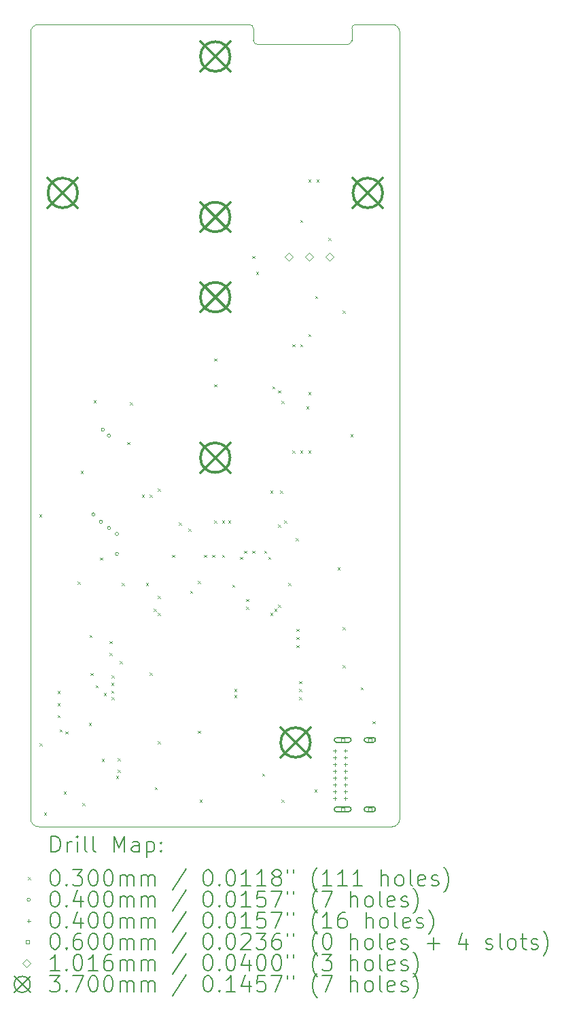
<source format=gbr>
%TF.GenerationSoftware,KiCad,Pcbnew,7.0.6*%
%TF.CreationDate,2023-08-09T14:49:31+09:30*%
%TF.ProjectId,backplane,6261636b-706c-4616-9e65-2e6b69636164,V1.0*%
%TF.SameCoordinates,Original*%
%TF.FileFunction,Drillmap*%
%TF.FilePolarity,Positive*%
%FSLAX45Y45*%
G04 Gerber Fmt 4.5, Leading zero omitted, Abs format (unit mm)*
G04 Created by KiCad (PCBNEW 7.0.6) date 2023-08-09 14:49:31*
%MOMM*%
%LPD*%
G01*
G04 APERTURE LIST*
%ADD10C,0.100000*%
%ADD11C,0.200000*%
%ADD12C,0.030000*%
%ADD13C,0.040000*%
%ADD14C,0.060000*%
%ADD15C,0.101600*%
%ADD16C,0.370000*%
G04 APERTURE END LIST*
D10*
X10000000Y-14900000D02*
X10000000Y-5100000D01*
X14500000Y-15000000D02*
G75*
G03*
X14600000Y-14900000I0J100000D01*
G01*
X14600000Y-5100000D02*
G75*
G03*
X14500000Y-5000000I-100000J0D01*
G01*
X14500000Y-15000000D02*
X10100000Y-15000000D01*
X10000000Y-14900000D02*
G75*
G03*
X10100000Y-15000000I100000J0D01*
G01*
X12775000Y-5050000D02*
X12775000Y-5200000D01*
X14500000Y-5000000D02*
X14050000Y-5000000D01*
X14000000Y-5200000D02*
X14000000Y-5050000D01*
X10100000Y-5000000D02*
X12725000Y-5000000D01*
X12775000Y-5200000D02*
G75*
G03*
X12825000Y-5250000I50000J0D01*
G01*
X12825000Y-5250000D02*
X13950000Y-5250000D01*
X10100000Y-5000000D02*
G75*
G03*
X10000000Y-5100000I0J-100000D01*
G01*
X14050000Y-5000000D02*
G75*
G03*
X14000000Y-5050000I0J-50000D01*
G01*
X13950000Y-5250000D02*
G75*
G03*
X14000000Y-5200000I0J50000D01*
G01*
X12775000Y-5050000D02*
G75*
G03*
X12725000Y-5000000I-50000J0D01*
G01*
X14600000Y-5100000D02*
X14600000Y-14900000D01*
D11*
D12*
X10105000Y-11105000D02*
X10135000Y-11135000D01*
X10135000Y-11105000D02*
X10105000Y-11135000D01*
X10110000Y-13960000D02*
X10140000Y-13990000D01*
X10140000Y-13960000D02*
X10110000Y-13990000D01*
X10165000Y-14825000D02*
X10195000Y-14855000D01*
X10195000Y-14825000D02*
X10165000Y-14855000D01*
X10335000Y-13309999D02*
X10365000Y-13339999D01*
X10365000Y-13309999D02*
X10335000Y-13339999D01*
X10335000Y-13460000D02*
X10365000Y-13490000D01*
X10365000Y-13460000D02*
X10335000Y-13490000D01*
X10335000Y-13610000D02*
X10365000Y-13640000D01*
X10365000Y-13610000D02*
X10335000Y-13640000D01*
X10360000Y-13785000D02*
X10390000Y-13815000D01*
X10390000Y-13785000D02*
X10360000Y-13815000D01*
X10410000Y-14560000D02*
X10440000Y-14590000D01*
X10440000Y-14560000D02*
X10410000Y-14590000D01*
X10435000Y-13810000D02*
X10465000Y-13840000D01*
X10465000Y-13810000D02*
X10435000Y-13840000D01*
X10585000Y-11945000D02*
X10615000Y-11975000D01*
X10615000Y-11945000D02*
X10585000Y-11975000D01*
X10625000Y-10565000D02*
X10655000Y-10595000D01*
X10655000Y-10565000D02*
X10625000Y-10595000D01*
X10645000Y-14705000D02*
X10675000Y-14735000D01*
X10675000Y-14705000D02*
X10645000Y-14735000D01*
X10725000Y-13705000D02*
X10755000Y-13735000D01*
X10755000Y-13705000D02*
X10725000Y-13735000D01*
X10735000Y-12610000D02*
X10765000Y-12640000D01*
X10765000Y-12610000D02*
X10735000Y-12640000D01*
X10745000Y-13085000D02*
X10775000Y-13115000D01*
X10775000Y-13085000D02*
X10745000Y-13115000D01*
X10785000Y-9685000D02*
X10815000Y-9715000D01*
X10815000Y-9685000D02*
X10785000Y-9715000D01*
X10810000Y-13234999D02*
X10840000Y-13264999D01*
X10840000Y-13234999D02*
X10810000Y-13264999D01*
X10865000Y-11645000D02*
X10895000Y-11675000D01*
X10895000Y-11645000D02*
X10865000Y-11675000D01*
X10885000Y-14156000D02*
X10915000Y-14186000D01*
X10915000Y-14156000D02*
X10885000Y-14186000D01*
X10910000Y-13335000D02*
X10940000Y-13365000D01*
X10940000Y-13335000D02*
X10910000Y-13365000D01*
X10985000Y-12685000D02*
X11015000Y-12715000D01*
X11015000Y-12685000D02*
X10985000Y-12715000D01*
X10985000Y-12835000D02*
X11015000Y-12865000D01*
X11015000Y-12835000D02*
X10985000Y-12865000D01*
X11005000Y-13305000D02*
X11035000Y-13335000D01*
X11035000Y-13305000D02*
X11005000Y-13335000D01*
X11006109Y-13206109D02*
X11036109Y-13236109D01*
X11036109Y-13206109D02*
X11006109Y-13236109D01*
X11008609Y-13111391D02*
X11038609Y-13141391D01*
X11038609Y-13111391D02*
X11008609Y-13141391D01*
X11009999Y-13385000D02*
X11039999Y-13415000D01*
X11039999Y-13385000D02*
X11009999Y-13415000D01*
X11065000Y-14365000D02*
X11095000Y-14395000D01*
X11095000Y-14365000D02*
X11065000Y-14395000D01*
X11085000Y-14145000D02*
X11115000Y-14175000D01*
X11115000Y-14145000D02*
X11085000Y-14175000D01*
X11085000Y-14290000D02*
X11115000Y-14320000D01*
X11115000Y-14290000D02*
X11085000Y-14320000D01*
X11109999Y-12935000D02*
X11139999Y-12965000D01*
X11139999Y-12935000D02*
X11109999Y-12965000D01*
X11135000Y-11960000D02*
X11165000Y-11990000D01*
X11165000Y-11960000D02*
X11135000Y-11990000D01*
X11205000Y-10205000D02*
X11235000Y-10235000D01*
X11235000Y-10205000D02*
X11205000Y-10235000D01*
X11235000Y-9710000D02*
X11265000Y-9740000D01*
X11265000Y-9710000D02*
X11235000Y-9740000D01*
X11385000Y-10860000D02*
X11415000Y-10890000D01*
X11415000Y-10860000D02*
X11385000Y-10890000D01*
X11435000Y-11960000D02*
X11465000Y-11990000D01*
X11465000Y-11960000D02*
X11435000Y-11990000D01*
X11485000Y-10860001D02*
X11515000Y-10890001D01*
X11515000Y-10860001D02*
X11485000Y-10890001D01*
X11485000Y-13080000D02*
X11515000Y-13110000D01*
X11515000Y-13080000D02*
X11485000Y-13110000D01*
X11535000Y-12285000D02*
X11565000Y-12315000D01*
X11565000Y-12285000D02*
X11535000Y-12315000D01*
X11545000Y-14505000D02*
X11575000Y-14535000D01*
X11575000Y-14505000D02*
X11545000Y-14535000D01*
X11585000Y-10785000D02*
X11615000Y-10815000D01*
X11615000Y-10785000D02*
X11585000Y-10815000D01*
X11585000Y-12125000D02*
X11615000Y-12155000D01*
X11615000Y-12125000D02*
X11585000Y-12155000D01*
X11585000Y-12335000D02*
X11615000Y-12365000D01*
X11615000Y-12335000D02*
X11585000Y-12365000D01*
X11585000Y-13935000D02*
X11615000Y-13965000D01*
X11615000Y-13935000D02*
X11585000Y-13965000D01*
X11760000Y-11610000D02*
X11790000Y-11640000D01*
X11790000Y-11610000D02*
X11760000Y-11640000D01*
X11845000Y-11210000D02*
X11875000Y-11240000D01*
X11875000Y-11210000D02*
X11845000Y-11240000D01*
X11965000Y-11285000D02*
X11995000Y-11315000D01*
X11995000Y-11285000D02*
X11965000Y-11315000D01*
X11985000Y-12060000D02*
X12015000Y-12090000D01*
X12015000Y-12060000D02*
X11985000Y-12090000D01*
X12085000Y-11935000D02*
X12115000Y-11965000D01*
X12115000Y-11935000D02*
X12085000Y-11965000D01*
X12085000Y-13805000D02*
X12115000Y-13835000D01*
X12115000Y-13805000D02*
X12085000Y-13835000D01*
X12105000Y-14665000D02*
X12135000Y-14695000D01*
X12135000Y-14665000D02*
X12105000Y-14695000D01*
X12160000Y-11610000D02*
X12190000Y-11640000D01*
X12190000Y-11610000D02*
X12160000Y-11640000D01*
X12260000Y-11610000D02*
X12290000Y-11640000D01*
X12290000Y-11610000D02*
X12260000Y-11640000D01*
X12285000Y-9165000D02*
X12315000Y-9195000D01*
X12315000Y-9165000D02*
X12285000Y-9195000D01*
X12285000Y-9485000D02*
X12315000Y-9515000D01*
X12315000Y-9485000D02*
X12285000Y-9515000D01*
X12285000Y-11185000D02*
X12315000Y-11215000D01*
X12315000Y-11185000D02*
X12285000Y-11215000D01*
X12385000Y-11185000D02*
X12415000Y-11215000D01*
X12415000Y-11185000D02*
X12385000Y-11215000D01*
X12385000Y-11610000D02*
X12415000Y-11640000D01*
X12415000Y-11610000D02*
X12385000Y-11640000D01*
X12460000Y-11185000D02*
X12490000Y-11215000D01*
X12490000Y-11185000D02*
X12460000Y-11215000D01*
X12510000Y-11985000D02*
X12540000Y-12015000D01*
X12540000Y-11985000D02*
X12510000Y-12015000D01*
X12535000Y-13285000D02*
X12565000Y-13315000D01*
X12565000Y-13285000D02*
X12535000Y-13315000D01*
X12535000Y-13360000D02*
X12565000Y-13390000D01*
X12565000Y-13360000D02*
X12535000Y-13390000D01*
X12610000Y-11635000D02*
X12640000Y-11665000D01*
X12640000Y-11635000D02*
X12610000Y-11665000D01*
X12660000Y-11560000D02*
X12690000Y-11590000D01*
X12690000Y-11560000D02*
X12660000Y-11590000D01*
X12685000Y-12160000D02*
X12715000Y-12190000D01*
X12715000Y-12160000D02*
X12685000Y-12190000D01*
X12685000Y-12260000D02*
X12715000Y-12290000D01*
X12715000Y-12260000D02*
X12685000Y-12290000D01*
X12760000Y-7885000D02*
X12790000Y-7915000D01*
X12790000Y-7885000D02*
X12760000Y-7915000D01*
X12760000Y-11560000D02*
X12790000Y-11590000D01*
X12790000Y-11560000D02*
X12760000Y-11590000D01*
X12808500Y-8085000D02*
X12838500Y-8115000D01*
X12838500Y-8085000D02*
X12808500Y-8115000D01*
X12885000Y-14335000D02*
X12915000Y-14365000D01*
X12915000Y-14335000D02*
X12885000Y-14365000D01*
X12908500Y-11560000D02*
X12938500Y-11590000D01*
X12938500Y-11560000D02*
X12908500Y-11590000D01*
X12960000Y-11635000D02*
X12990000Y-11665000D01*
X12990000Y-11635000D02*
X12960000Y-11665000D01*
X12985000Y-10810000D02*
X13015000Y-10840000D01*
X13015000Y-10810000D02*
X12985000Y-10840000D01*
X12985000Y-12335000D02*
X13015000Y-12365000D01*
X13015000Y-12335000D02*
X12985000Y-12365000D01*
X13010000Y-9510000D02*
X13040000Y-9540000D01*
X13040000Y-9510000D02*
X13010000Y-9540000D01*
X13035000Y-12285000D02*
X13065000Y-12315000D01*
X13065000Y-12285000D02*
X13035000Y-12315000D01*
X13085000Y-11235000D02*
X13115000Y-11265000D01*
X13115000Y-11235000D02*
X13085000Y-11265000D01*
X13085000Y-12235000D02*
X13115000Y-12265000D01*
X13115000Y-12235000D02*
X13085000Y-12265000D01*
X13085001Y-9561500D02*
X13115001Y-9591500D01*
X13115001Y-9561500D02*
X13085001Y-9591500D01*
X13110000Y-10810000D02*
X13140000Y-10840000D01*
X13140000Y-10810000D02*
X13110000Y-10840000D01*
X13125000Y-9695000D02*
X13155000Y-9725000D01*
X13155000Y-9695000D02*
X13125000Y-9725000D01*
X13125000Y-14665000D02*
X13155000Y-14695000D01*
X13155000Y-14665000D02*
X13125000Y-14695000D01*
X13160000Y-11185000D02*
X13190000Y-11215000D01*
X13190000Y-11185000D02*
X13160000Y-11215000D01*
X13210000Y-11960000D02*
X13240000Y-11990000D01*
X13240000Y-11960000D02*
X13210000Y-11990000D01*
X13260000Y-8985000D02*
X13290000Y-9015000D01*
X13290000Y-8985000D02*
X13260000Y-9015000D01*
X13260000Y-10310000D02*
X13290000Y-10340000D01*
X13290000Y-10310000D02*
X13260000Y-10340000D01*
X13305000Y-11405000D02*
X13335000Y-11435000D01*
X13335000Y-11405000D02*
X13305000Y-11435000D01*
X13310000Y-12535000D02*
X13340000Y-12565000D01*
X13340000Y-12535000D02*
X13310000Y-12565000D01*
X13310000Y-12635000D02*
X13340000Y-12665000D01*
X13340000Y-12635000D02*
X13310000Y-12665000D01*
X13310000Y-12735000D02*
X13340000Y-12765000D01*
X13340000Y-12735000D02*
X13310000Y-12765000D01*
X13345000Y-13185000D02*
X13375000Y-13215000D01*
X13375000Y-13185000D02*
X13345000Y-13215000D01*
X13345000Y-13285000D02*
X13375000Y-13315000D01*
X13375000Y-13285000D02*
X13345000Y-13315000D01*
X13345000Y-13385000D02*
X13375000Y-13415000D01*
X13375000Y-13385000D02*
X13345000Y-13415000D01*
X13360000Y-7435000D02*
X13390000Y-7465000D01*
X13390000Y-7435000D02*
X13360000Y-7465000D01*
X13360000Y-8985000D02*
X13390000Y-9015000D01*
X13390000Y-8985000D02*
X13360000Y-9015000D01*
X13360000Y-10310000D02*
X13390000Y-10340000D01*
X13390000Y-10310000D02*
X13360000Y-10340000D01*
X13435000Y-9760000D02*
X13465000Y-9790000D01*
X13465000Y-9760000D02*
X13435000Y-9790000D01*
X13460000Y-6935000D02*
X13490000Y-6965000D01*
X13490000Y-6935000D02*
X13460000Y-6965000D01*
X13460000Y-8860000D02*
X13490000Y-8890000D01*
X13490000Y-8860000D02*
X13460000Y-8890000D01*
X13460000Y-9585000D02*
X13490000Y-9615000D01*
X13490000Y-9585000D02*
X13460000Y-9615000D01*
X13460000Y-10310000D02*
X13490000Y-10340000D01*
X13490000Y-10310000D02*
X13460000Y-10340000D01*
X13535000Y-14535000D02*
X13565000Y-14565000D01*
X13565000Y-14535000D02*
X13535000Y-14565000D01*
X13545000Y-8385000D02*
X13575000Y-8415000D01*
X13575000Y-8385000D02*
X13545000Y-8415000D01*
X13560000Y-6935000D02*
X13590000Y-6965000D01*
X13590000Y-6935000D02*
X13560000Y-6965000D01*
X13709999Y-7660000D02*
X13739999Y-7690000D01*
X13739999Y-7660000D02*
X13709999Y-7690000D01*
X13825000Y-11765000D02*
X13855000Y-11795000D01*
X13855000Y-11765000D02*
X13825000Y-11795000D01*
X13885000Y-8565000D02*
X13915000Y-8595000D01*
X13915000Y-8565000D02*
X13885000Y-8595000D01*
X13885000Y-12510000D02*
X13915000Y-12540000D01*
X13915000Y-12510000D02*
X13885000Y-12540000D01*
X13885000Y-12985000D02*
X13915000Y-13015000D01*
X13915000Y-12985000D02*
X13885000Y-13015000D01*
X13985000Y-10110000D02*
X14015000Y-10140000D01*
X14015000Y-10110000D02*
X13985000Y-10140000D01*
X14110000Y-13260000D02*
X14140000Y-13290000D01*
X14140000Y-13260000D02*
X14110000Y-13290000D01*
X14260000Y-13685000D02*
X14290000Y-13715000D01*
X14290000Y-13685000D02*
X14260000Y-13715000D01*
D13*
X10800001Y-11106188D02*
G75*
G03*
X10800001Y-11106188I-20000J0D01*
G01*
X10894999Y-11200000D02*
G75*
G03*
X10894999Y-11200000I-20000J0D01*
G01*
X10920000Y-10050000D02*
G75*
G03*
X10920000Y-10050000I-20000J0D01*
G01*
X10995000Y-10125000D02*
G75*
G03*
X10995000Y-10125000I-20000J0D01*
G01*
X10995000Y-11275000D02*
G75*
G03*
X10995000Y-11275000I-20000J0D01*
G01*
X11095000Y-11350000D02*
G75*
G03*
X11095000Y-11350000I-20000J0D01*
G01*
X11095000Y-11600000D02*
G75*
G03*
X11095000Y-11600000I-20000J0D01*
G01*
X13790000Y-14032500D02*
X13790000Y-14072500D01*
X13770000Y-14052500D02*
X13810000Y-14052500D01*
X13790000Y-14117500D02*
X13790000Y-14157500D01*
X13770000Y-14137500D02*
X13810000Y-14137500D01*
X13790000Y-14202500D02*
X13790000Y-14242500D01*
X13770000Y-14222500D02*
X13810000Y-14222500D01*
X13790000Y-14287500D02*
X13790000Y-14327500D01*
X13770000Y-14307500D02*
X13810000Y-14307500D01*
X13790000Y-14372500D02*
X13790000Y-14412500D01*
X13770000Y-14392500D02*
X13810000Y-14392500D01*
X13790000Y-14457500D02*
X13790000Y-14497500D01*
X13770000Y-14477500D02*
X13810000Y-14477500D01*
X13790000Y-14542500D02*
X13790000Y-14582500D01*
X13770000Y-14562500D02*
X13810000Y-14562500D01*
X13790000Y-14627500D02*
X13790000Y-14667500D01*
X13770000Y-14647500D02*
X13810000Y-14647500D01*
X13922500Y-14032000D02*
X13922500Y-14072000D01*
X13902500Y-14052000D02*
X13942500Y-14052000D01*
X13922500Y-14117000D02*
X13922500Y-14157000D01*
X13902500Y-14137000D02*
X13942500Y-14137000D01*
X13922500Y-14202000D02*
X13922500Y-14242000D01*
X13902500Y-14222000D02*
X13942500Y-14222000D01*
X13922500Y-14287000D02*
X13922500Y-14327000D01*
X13902500Y-14307000D02*
X13942500Y-14307000D01*
X13922500Y-14372000D02*
X13922500Y-14412000D01*
X13902500Y-14392000D02*
X13942500Y-14392000D01*
X13922500Y-14457000D02*
X13922500Y-14497000D01*
X13902500Y-14477000D02*
X13942500Y-14477000D01*
X13922500Y-14542000D02*
X13922500Y-14582000D01*
X13902500Y-14562000D02*
X13942500Y-14562000D01*
X13922500Y-14627500D02*
X13922500Y-14667500D01*
X13902500Y-14647500D02*
X13942500Y-14647500D01*
D14*
X13909213Y-13938713D02*
X13909213Y-13896287D01*
X13866787Y-13896287D01*
X13866787Y-13938713D01*
X13909213Y-13938713D01*
D11*
X13813000Y-13947500D02*
X13963000Y-13947500D01*
X13963000Y-13947500D02*
G75*
G03*
X13963000Y-13887500I0J30000D01*
G01*
X13963000Y-13887500D02*
X13813000Y-13887500D01*
X13813000Y-13887500D02*
G75*
G03*
X13813000Y-13947500I0J-30000D01*
G01*
D14*
X13909213Y-14803713D02*
X13909213Y-14761287D01*
X13866787Y-14761287D01*
X13866787Y-14803713D01*
X13909213Y-14803713D01*
D11*
X13813000Y-14812500D02*
X13963000Y-14812500D01*
X13963000Y-14812500D02*
G75*
G03*
X13963000Y-14752500I0J30000D01*
G01*
X13963000Y-14752500D02*
X13813000Y-14752500D01*
X13813000Y-14752500D02*
G75*
G03*
X13813000Y-14812500I0J-30000D01*
G01*
D14*
X14247213Y-13938713D02*
X14247213Y-13896287D01*
X14204787Y-13896287D01*
X14204787Y-13938713D01*
X14247213Y-13938713D01*
D11*
X14186000Y-13947500D02*
X14266000Y-13947500D01*
X14266000Y-13947500D02*
G75*
G03*
X14266000Y-13887500I0J30000D01*
G01*
X14266000Y-13887500D02*
X14186000Y-13887500D01*
X14186000Y-13887500D02*
G75*
G03*
X14186000Y-13947500I0J-30000D01*
G01*
D14*
X14247213Y-14803713D02*
X14247213Y-14761287D01*
X14204787Y-14761287D01*
X14204787Y-14803713D01*
X14247213Y-14803713D01*
D11*
X14186000Y-14812500D02*
X14266000Y-14812500D01*
X14266000Y-14812500D02*
G75*
G03*
X14266000Y-14752500I0J30000D01*
G01*
X14266000Y-14752500D02*
X14186000Y-14752500D01*
X14186000Y-14752500D02*
G75*
G03*
X14186000Y-14812500I0J-30000D01*
G01*
D15*
X13217000Y-7950800D02*
X13267800Y-7900000D01*
X13217000Y-7849200D01*
X13166200Y-7900000D01*
X13217000Y-7950800D01*
X13471000Y-7950800D02*
X13521800Y-7900000D01*
X13471000Y-7849200D01*
X13420200Y-7900000D01*
X13471000Y-7950800D01*
X13725000Y-7950800D02*
X13775800Y-7900000D01*
X13725000Y-7849200D01*
X13674200Y-7900000D01*
X13725000Y-7950800D01*
D16*
X10215000Y-6915000D02*
X10585000Y-7285000D01*
X10585000Y-6915000D02*
X10215000Y-7285000D01*
X10585000Y-7100000D02*
G75*
G03*
X10585000Y-7100000I-185000J0D01*
G01*
X12115000Y-5215000D02*
X12485000Y-5585000D01*
X12485000Y-5215000D02*
X12115000Y-5585000D01*
X12485000Y-5400000D02*
G75*
G03*
X12485000Y-5400000I-185000J0D01*
G01*
X12115000Y-7215000D02*
X12485000Y-7585000D01*
X12485000Y-7215000D02*
X12115000Y-7585000D01*
X12485000Y-7400000D02*
G75*
G03*
X12485000Y-7400000I-185000J0D01*
G01*
X12115000Y-8215000D02*
X12485000Y-8585000D01*
X12485000Y-8215000D02*
X12115000Y-8585000D01*
X12485000Y-8400000D02*
G75*
G03*
X12485000Y-8400000I-185000J0D01*
G01*
X12115000Y-10215000D02*
X12485000Y-10585000D01*
X12485000Y-10215000D02*
X12115000Y-10585000D01*
X12485000Y-10400000D02*
G75*
G03*
X12485000Y-10400000I-185000J0D01*
G01*
X13115000Y-13765000D02*
X13485000Y-14135000D01*
X13485000Y-13765000D02*
X13115000Y-14135000D01*
X13485000Y-13950000D02*
G75*
G03*
X13485000Y-13950000I-185000J0D01*
G01*
X14015000Y-6915000D02*
X14385000Y-7285000D01*
X14385000Y-6915000D02*
X14015000Y-7285000D01*
X14385000Y-7100000D02*
G75*
G03*
X14385000Y-7100000I-185000J0D01*
G01*
D11*
X10255777Y-15316484D02*
X10255777Y-15116484D01*
X10255777Y-15116484D02*
X10303396Y-15116484D01*
X10303396Y-15116484D02*
X10331967Y-15126008D01*
X10331967Y-15126008D02*
X10351015Y-15145055D01*
X10351015Y-15145055D02*
X10360539Y-15164103D01*
X10360539Y-15164103D02*
X10370063Y-15202198D01*
X10370063Y-15202198D02*
X10370063Y-15230769D01*
X10370063Y-15230769D02*
X10360539Y-15268865D01*
X10360539Y-15268865D02*
X10351015Y-15287912D01*
X10351015Y-15287912D02*
X10331967Y-15306960D01*
X10331967Y-15306960D02*
X10303396Y-15316484D01*
X10303396Y-15316484D02*
X10255777Y-15316484D01*
X10455777Y-15316484D02*
X10455777Y-15183150D01*
X10455777Y-15221246D02*
X10465301Y-15202198D01*
X10465301Y-15202198D02*
X10474824Y-15192674D01*
X10474824Y-15192674D02*
X10493872Y-15183150D01*
X10493872Y-15183150D02*
X10512920Y-15183150D01*
X10579586Y-15316484D02*
X10579586Y-15183150D01*
X10579586Y-15116484D02*
X10570063Y-15126008D01*
X10570063Y-15126008D02*
X10579586Y-15135531D01*
X10579586Y-15135531D02*
X10589110Y-15126008D01*
X10589110Y-15126008D02*
X10579586Y-15116484D01*
X10579586Y-15116484D02*
X10579586Y-15135531D01*
X10703396Y-15316484D02*
X10684348Y-15306960D01*
X10684348Y-15306960D02*
X10674824Y-15287912D01*
X10674824Y-15287912D02*
X10674824Y-15116484D01*
X10808158Y-15316484D02*
X10789110Y-15306960D01*
X10789110Y-15306960D02*
X10779586Y-15287912D01*
X10779586Y-15287912D02*
X10779586Y-15116484D01*
X11036729Y-15316484D02*
X11036729Y-15116484D01*
X11036729Y-15116484D02*
X11103396Y-15259341D01*
X11103396Y-15259341D02*
X11170063Y-15116484D01*
X11170063Y-15116484D02*
X11170063Y-15316484D01*
X11351015Y-15316484D02*
X11351015Y-15211722D01*
X11351015Y-15211722D02*
X11341491Y-15192674D01*
X11341491Y-15192674D02*
X11322443Y-15183150D01*
X11322443Y-15183150D02*
X11284348Y-15183150D01*
X11284348Y-15183150D02*
X11265301Y-15192674D01*
X11351015Y-15306960D02*
X11331967Y-15316484D01*
X11331967Y-15316484D02*
X11284348Y-15316484D01*
X11284348Y-15316484D02*
X11265301Y-15306960D01*
X11265301Y-15306960D02*
X11255777Y-15287912D01*
X11255777Y-15287912D02*
X11255777Y-15268865D01*
X11255777Y-15268865D02*
X11265301Y-15249817D01*
X11265301Y-15249817D02*
X11284348Y-15240293D01*
X11284348Y-15240293D02*
X11331967Y-15240293D01*
X11331967Y-15240293D02*
X11351015Y-15230769D01*
X11446253Y-15183150D02*
X11446253Y-15383150D01*
X11446253Y-15192674D02*
X11465301Y-15183150D01*
X11465301Y-15183150D02*
X11503396Y-15183150D01*
X11503396Y-15183150D02*
X11522443Y-15192674D01*
X11522443Y-15192674D02*
X11531967Y-15202198D01*
X11531967Y-15202198D02*
X11541491Y-15221246D01*
X11541491Y-15221246D02*
X11541491Y-15278388D01*
X11541491Y-15278388D02*
X11531967Y-15297436D01*
X11531967Y-15297436D02*
X11522443Y-15306960D01*
X11522443Y-15306960D02*
X11503396Y-15316484D01*
X11503396Y-15316484D02*
X11465301Y-15316484D01*
X11465301Y-15316484D02*
X11446253Y-15306960D01*
X11627205Y-15297436D02*
X11636729Y-15306960D01*
X11636729Y-15306960D02*
X11627205Y-15316484D01*
X11627205Y-15316484D02*
X11617682Y-15306960D01*
X11617682Y-15306960D02*
X11627205Y-15297436D01*
X11627205Y-15297436D02*
X11627205Y-15316484D01*
X11627205Y-15192674D02*
X11636729Y-15202198D01*
X11636729Y-15202198D02*
X11627205Y-15211722D01*
X11627205Y-15211722D02*
X11617682Y-15202198D01*
X11617682Y-15202198D02*
X11627205Y-15192674D01*
X11627205Y-15192674D02*
X11627205Y-15211722D01*
D12*
X9965000Y-15630000D02*
X9995000Y-15660000D01*
X9995000Y-15630000D02*
X9965000Y-15660000D01*
D11*
X10293872Y-15536484D02*
X10312920Y-15536484D01*
X10312920Y-15536484D02*
X10331967Y-15546008D01*
X10331967Y-15546008D02*
X10341491Y-15555531D01*
X10341491Y-15555531D02*
X10351015Y-15574579D01*
X10351015Y-15574579D02*
X10360539Y-15612674D01*
X10360539Y-15612674D02*
X10360539Y-15660293D01*
X10360539Y-15660293D02*
X10351015Y-15698388D01*
X10351015Y-15698388D02*
X10341491Y-15717436D01*
X10341491Y-15717436D02*
X10331967Y-15726960D01*
X10331967Y-15726960D02*
X10312920Y-15736484D01*
X10312920Y-15736484D02*
X10293872Y-15736484D01*
X10293872Y-15736484D02*
X10274824Y-15726960D01*
X10274824Y-15726960D02*
X10265301Y-15717436D01*
X10265301Y-15717436D02*
X10255777Y-15698388D01*
X10255777Y-15698388D02*
X10246253Y-15660293D01*
X10246253Y-15660293D02*
X10246253Y-15612674D01*
X10246253Y-15612674D02*
X10255777Y-15574579D01*
X10255777Y-15574579D02*
X10265301Y-15555531D01*
X10265301Y-15555531D02*
X10274824Y-15546008D01*
X10274824Y-15546008D02*
X10293872Y-15536484D01*
X10446253Y-15717436D02*
X10455777Y-15726960D01*
X10455777Y-15726960D02*
X10446253Y-15736484D01*
X10446253Y-15736484D02*
X10436729Y-15726960D01*
X10436729Y-15726960D02*
X10446253Y-15717436D01*
X10446253Y-15717436D02*
X10446253Y-15736484D01*
X10522444Y-15536484D02*
X10646253Y-15536484D01*
X10646253Y-15536484D02*
X10579586Y-15612674D01*
X10579586Y-15612674D02*
X10608158Y-15612674D01*
X10608158Y-15612674D02*
X10627205Y-15622198D01*
X10627205Y-15622198D02*
X10636729Y-15631722D01*
X10636729Y-15631722D02*
X10646253Y-15650769D01*
X10646253Y-15650769D02*
X10646253Y-15698388D01*
X10646253Y-15698388D02*
X10636729Y-15717436D01*
X10636729Y-15717436D02*
X10627205Y-15726960D01*
X10627205Y-15726960D02*
X10608158Y-15736484D01*
X10608158Y-15736484D02*
X10551015Y-15736484D01*
X10551015Y-15736484D02*
X10531967Y-15726960D01*
X10531967Y-15726960D02*
X10522444Y-15717436D01*
X10770063Y-15536484D02*
X10789110Y-15536484D01*
X10789110Y-15536484D02*
X10808158Y-15546008D01*
X10808158Y-15546008D02*
X10817682Y-15555531D01*
X10817682Y-15555531D02*
X10827205Y-15574579D01*
X10827205Y-15574579D02*
X10836729Y-15612674D01*
X10836729Y-15612674D02*
X10836729Y-15660293D01*
X10836729Y-15660293D02*
X10827205Y-15698388D01*
X10827205Y-15698388D02*
X10817682Y-15717436D01*
X10817682Y-15717436D02*
X10808158Y-15726960D01*
X10808158Y-15726960D02*
X10789110Y-15736484D01*
X10789110Y-15736484D02*
X10770063Y-15736484D01*
X10770063Y-15736484D02*
X10751015Y-15726960D01*
X10751015Y-15726960D02*
X10741491Y-15717436D01*
X10741491Y-15717436D02*
X10731967Y-15698388D01*
X10731967Y-15698388D02*
X10722444Y-15660293D01*
X10722444Y-15660293D02*
X10722444Y-15612674D01*
X10722444Y-15612674D02*
X10731967Y-15574579D01*
X10731967Y-15574579D02*
X10741491Y-15555531D01*
X10741491Y-15555531D02*
X10751015Y-15546008D01*
X10751015Y-15546008D02*
X10770063Y-15536484D01*
X10960539Y-15536484D02*
X10979586Y-15536484D01*
X10979586Y-15536484D02*
X10998634Y-15546008D01*
X10998634Y-15546008D02*
X11008158Y-15555531D01*
X11008158Y-15555531D02*
X11017682Y-15574579D01*
X11017682Y-15574579D02*
X11027205Y-15612674D01*
X11027205Y-15612674D02*
X11027205Y-15660293D01*
X11027205Y-15660293D02*
X11017682Y-15698388D01*
X11017682Y-15698388D02*
X11008158Y-15717436D01*
X11008158Y-15717436D02*
X10998634Y-15726960D01*
X10998634Y-15726960D02*
X10979586Y-15736484D01*
X10979586Y-15736484D02*
X10960539Y-15736484D01*
X10960539Y-15736484D02*
X10941491Y-15726960D01*
X10941491Y-15726960D02*
X10931967Y-15717436D01*
X10931967Y-15717436D02*
X10922444Y-15698388D01*
X10922444Y-15698388D02*
X10912920Y-15660293D01*
X10912920Y-15660293D02*
X10912920Y-15612674D01*
X10912920Y-15612674D02*
X10922444Y-15574579D01*
X10922444Y-15574579D02*
X10931967Y-15555531D01*
X10931967Y-15555531D02*
X10941491Y-15546008D01*
X10941491Y-15546008D02*
X10960539Y-15536484D01*
X11112920Y-15736484D02*
X11112920Y-15603150D01*
X11112920Y-15622198D02*
X11122444Y-15612674D01*
X11122444Y-15612674D02*
X11141491Y-15603150D01*
X11141491Y-15603150D02*
X11170063Y-15603150D01*
X11170063Y-15603150D02*
X11189110Y-15612674D01*
X11189110Y-15612674D02*
X11198634Y-15631722D01*
X11198634Y-15631722D02*
X11198634Y-15736484D01*
X11198634Y-15631722D02*
X11208158Y-15612674D01*
X11208158Y-15612674D02*
X11227205Y-15603150D01*
X11227205Y-15603150D02*
X11255777Y-15603150D01*
X11255777Y-15603150D02*
X11274824Y-15612674D01*
X11274824Y-15612674D02*
X11284348Y-15631722D01*
X11284348Y-15631722D02*
X11284348Y-15736484D01*
X11379586Y-15736484D02*
X11379586Y-15603150D01*
X11379586Y-15622198D02*
X11389110Y-15612674D01*
X11389110Y-15612674D02*
X11408158Y-15603150D01*
X11408158Y-15603150D02*
X11436729Y-15603150D01*
X11436729Y-15603150D02*
X11455777Y-15612674D01*
X11455777Y-15612674D02*
X11465301Y-15631722D01*
X11465301Y-15631722D02*
X11465301Y-15736484D01*
X11465301Y-15631722D02*
X11474824Y-15612674D01*
X11474824Y-15612674D02*
X11493872Y-15603150D01*
X11493872Y-15603150D02*
X11522443Y-15603150D01*
X11522443Y-15603150D02*
X11541491Y-15612674D01*
X11541491Y-15612674D02*
X11551015Y-15631722D01*
X11551015Y-15631722D02*
X11551015Y-15736484D01*
X11941491Y-15526960D02*
X11770063Y-15784103D01*
X12198634Y-15536484D02*
X12217682Y-15536484D01*
X12217682Y-15536484D02*
X12236729Y-15546008D01*
X12236729Y-15546008D02*
X12246253Y-15555531D01*
X12246253Y-15555531D02*
X12255777Y-15574579D01*
X12255777Y-15574579D02*
X12265301Y-15612674D01*
X12265301Y-15612674D02*
X12265301Y-15660293D01*
X12265301Y-15660293D02*
X12255777Y-15698388D01*
X12255777Y-15698388D02*
X12246253Y-15717436D01*
X12246253Y-15717436D02*
X12236729Y-15726960D01*
X12236729Y-15726960D02*
X12217682Y-15736484D01*
X12217682Y-15736484D02*
X12198634Y-15736484D01*
X12198634Y-15736484D02*
X12179586Y-15726960D01*
X12179586Y-15726960D02*
X12170063Y-15717436D01*
X12170063Y-15717436D02*
X12160539Y-15698388D01*
X12160539Y-15698388D02*
X12151015Y-15660293D01*
X12151015Y-15660293D02*
X12151015Y-15612674D01*
X12151015Y-15612674D02*
X12160539Y-15574579D01*
X12160539Y-15574579D02*
X12170063Y-15555531D01*
X12170063Y-15555531D02*
X12179586Y-15546008D01*
X12179586Y-15546008D02*
X12198634Y-15536484D01*
X12351015Y-15717436D02*
X12360539Y-15726960D01*
X12360539Y-15726960D02*
X12351015Y-15736484D01*
X12351015Y-15736484D02*
X12341491Y-15726960D01*
X12341491Y-15726960D02*
X12351015Y-15717436D01*
X12351015Y-15717436D02*
X12351015Y-15736484D01*
X12484348Y-15536484D02*
X12503396Y-15536484D01*
X12503396Y-15536484D02*
X12522444Y-15546008D01*
X12522444Y-15546008D02*
X12531967Y-15555531D01*
X12531967Y-15555531D02*
X12541491Y-15574579D01*
X12541491Y-15574579D02*
X12551015Y-15612674D01*
X12551015Y-15612674D02*
X12551015Y-15660293D01*
X12551015Y-15660293D02*
X12541491Y-15698388D01*
X12541491Y-15698388D02*
X12531967Y-15717436D01*
X12531967Y-15717436D02*
X12522444Y-15726960D01*
X12522444Y-15726960D02*
X12503396Y-15736484D01*
X12503396Y-15736484D02*
X12484348Y-15736484D01*
X12484348Y-15736484D02*
X12465301Y-15726960D01*
X12465301Y-15726960D02*
X12455777Y-15717436D01*
X12455777Y-15717436D02*
X12446253Y-15698388D01*
X12446253Y-15698388D02*
X12436729Y-15660293D01*
X12436729Y-15660293D02*
X12436729Y-15612674D01*
X12436729Y-15612674D02*
X12446253Y-15574579D01*
X12446253Y-15574579D02*
X12455777Y-15555531D01*
X12455777Y-15555531D02*
X12465301Y-15546008D01*
X12465301Y-15546008D02*
X12484348Y-15536484D01*
X12741491Y-15736484D02*
X12627206Y-15736484D01*
X12684348Y-15736484D02*
X12684348Y-15536484D01*
X12684348Y-15536484D02*
X12665301Y-15565055D01*
X12665301Y-15565055D02*
X12646253Y-15584103D01*
X12646253Y-15584103D02*
X12627206Y-15593627D01*
X12931967Y-15736484D02*
X12817682Y-15736484D01*
X12874825Y-15736484D02*
X12874825Y-15536484D01*
X12874825Y-15536484D02*
X12855777Y-15565055D01*
X12855777Y-15565055D02*
X12836729Y-15584103D01*
X12836729Y-15584103D02*
X12817682Y-15593627D01*
X13046253Y-15622198D02*
X13027206Y-15612674D01*
X13027206Y-15612674D02*
X13017682Y-15603150D01*
X13017682Y-15603150D02*
X13008158Y-15584103D01*
X13008158Y-15584103D02*
X13008158Y-15574579D01*
X13008158Y-15574579D02*
X13017682Y-15555531D01*
X13017682Y-15555531D02*
X13027206Y-15546008D01*
X13027206Y-15546008D02*
X13046253Y-15536484D01*
X13046253Y-15536484D02*
X13084348Y-15536484D01*
X13084348Y-15536484D02*
X13103396Y-15546008D01*
X13103396Y-15546008D02*
X13112920Y-15555531D01*
X13112920Y-15555531D02*
X13122444Y-15574579D01*
X13122444Y-15574579D02*
X13122444Y-15584103D01*
X13122444Y-15584103D02*
X13112920Y-15603150D01*
X13112920Y-15603150D02*
X13103396Y-15612674D01*
X13103396Y-15612674D02*
X13084348Y-15622198D01*
X13084348Y-15622198D02*
X13046253Y-15622198D01*
X13046253Y-15622198D02*
X13027206Y-15631722D01*
X13027206Y-15631722D02*
X13017682Y-15641246D01*
X13017682Y-15641246D02*
X13008158Y-15660293D01*
X13008158Y-15660293D02*
X13008158Y-15698388D01*
X13008158Y-15698388D02*
X13017682Y-15717436D01*
X13017682Y-15717436D02*
X13027206Y-15726960D01*
X13027206Y-15726960D02*
X13046253Y-15736484D01*
X13046253Y-15736484D02*
X13084348Y-15736484D01*
X13084348Y-15736484D02*
X13103396Y-15726960D01*
X13103396Y-15726960D02*
X13112920Y-15717436D01*
X13112920Y-15717436D02*
X13122444Y-15698388D01*
X13122444Y-15698388D02*
X13122444Y-15660293D01*
X13122444Y-15660293D02*
X13112920Y-15641246D01*
X13112920Y-15641246D02*
X13103396Y-15631722D01*
X13103396Y-15631722D02*
X13084348Y-15622198D01*
X13198634Y-15536484D02*
X13198634Y-15574579D01*
X13274825Y-15536484D02*
X13274825Y-15574579D01*
X13570063Y-15812674D02*
X13560539Y-15803150D01*
X13560539Y-15803150D02*
X13541491Y-15774579D01*
X13541491Y-15774579D02*
X13531968Y-15755531D01*
X13531968Y-15755531D02*
X13522444Y-15726960D01*
X13522444Y-15726960D02*
X13512920Y-15679341D01*
X13512920Y-15679341D02*
X13512920Y-15641246D01*
X13512920Y-15641246D02*
X13522444Y-15593627D01*
X13522444Y-15593627D02*
X13531968Y-15565055D01*
X13531968Y-15565055D02*
X13541491Y-15546008D01*
X13541491Y-15546008D02*
X13560539Y-15517436D01*
X13560539Y-15517436D02*
X13570063Y-15507912D01*
X13751015Y-15736484D02*
X13636729Y-15736484D01*
X13693872Y-15736484D02*
X13693872Y-15536484D01*
X13693872Y-15536484D02*
X13674825Y-15565055D01*
X13674825Y-15565055D02*
X13655777Y-15584103D01*
X13655777Y-15584103D02*
X13636729Y-15593627D01*
X13941491Y-15736484D02*
X13827206Y-15736484D01*
X13884348Y-15736484D02*
X13884348Y-15536484D01*
X13884348Y-15536484D02*
X13865301Y-15565055D01*
X13865301Y-15565055D02*
X13846253Y-15584103D01*
X13846253Y-15584103D02*
X13827206Y-15593627D01*
X14131968Y-15736484D02*
X14017682Y-15736484D01*
X14074825Y-15736484D02*
X14074825Y-15536484D01*
X14074825Y-15536484D02*
X14055777Y-15565055D01*
X14055777Y-15565055D02*
X14036729Y-15584103D01*
X14036729Y-15584103D02*
X14017682Y-15593627D01*
X14370063Y-15736484D02*
X14370063Y-15536484D01*
X14455777Y-15736484D02*
X14455777Y-15631722D01*
X14455777Y-15631722D02*
X14446253Y-15612674D01*
X14446253Y-15612674D02*
X14427206Y-15603150D01*
X14427206Y-15603150D02*
X14398634Y-15603150D01*
X14398634Y-15603150D02*
X14379587Y-15612674D01*
X14379587Y-15612674D02*
X14370063Y-15622198D01*
X14579587Y-15736484D02*
X14560539Y-15726960D01*
X14560539Y-15726960D02*
X14551015Y-15717436D01*
X14551015Y-15717436D02*
X14541491Y-15698388D01*
X14541491Y-15698388D02*
X14541491Y-15641246D01*
X14541491Y-15641246D02*
X14551015Y-15622198D01*
X14551015Y-15622198D02*
X14560539Y-15612674D01*
X14560539Y-15612674D02*
X14579587Y-15603150D01*
X14579587Y-15603150D02*
X14608158Y-15603150D01*
X14608158Y-15603150D02*
X14627206Y-15612674D01*
X14627206Y-15612674D02*
X14636730Y-15622198D01*
X14636730Y-15622198D02*
X14646253Y-15641246D01*
X14646253Y-15641246D02*
X14646253Y-15698388D01*
X14646253Y-15698388D02*
X14636730Y-15717436D01*
X14636730Y-15717436D02*
X14627206Y-15726960D01*
X14627206Y-15726960D02*
X14608158Y-15736484D01*
X14608158Y-15736484D02*
X14579587Y-15736484D01*
X14760539Y-15736484D02*
X14741491Y-15726960D01*
X14741491Y-15726960D02*
X14731968Y-15707912D01*
X14731968Y-15707912D02*
X14731968Y-15536484D01*
X14912920Y-15726960D02*
X14893872Y-15736484D01*
X14893872Y-15736484D02*
X14855777Y-15736484D01*
X14855777Y-15736484D02*
X14836730Y-15726960D01*
X14836730Y-15726960D02*
X14827206Y-15707912D01*
X14827206Y-15707912D02*
X14827206Y-15631722D01*
X14827206Y-15631722D02*
X14836730Y-15612674D01*
X14836730Y-15612674D02*
X14855777Y-15603150D01*
X14855777Y-15603150D02*
X14893872Y-15603150D01*
X14893872Y-15603150D02*
X14912920Y-15612674D01*
X14912920Y-15612674D02*
X14922444Y-15631722D01*
X14922444Y-15631722D02*
X14922444Y-15650769D01*
X14922444Y-15650769D02*
X14827206Y-15669817D01*
X14998634Y-15726960D02*
X15017682Y-15736484D01*
X15017682Y-15736484D02*
X15055777Y-15736484D01*
X15055777Y-15736484D02*
X15074825Y-15726960D01*
X15074825Y-15726960D02*
X15084349Y-15707912D01*
X15084349Y-15707912D02*
X15084349Y-15698388D01*
X15084349Y-15698388D02*
X15074825Y-15679341D01*
X15074825Y-15679341D02*
X15055777Y-15669817D01*
X15055777Y-15669817D02*
X15027206Y-15669817D01*
X15027206Y-15669817D02*
X15008158Y-15660293D01*
X15008158Y-15660293D02*
X14998634Y-15641246D01*
X14998634Y-15641246D02*
X14998634Y-15631722D01*
X14998634Y-15631722D02*
X15008158Y-15612674D01*
X15008158Y-15612674D02*
X15027206Y-15603150D01*
X15027206Y-15603150D02*
X15055777Y-15603150D01*
X15055777Y-15603150D02*
X15074825Y-15612674D01*
X15151015Y-15812674D02*
X15160539Y-15803150D01*
X15160539Y-15803150D02*
X15179587Y-15774579D01*
X15179587Y-15774579D02*
X15189111Y-15755531D01*
X15189111Y-15755531D02*
X15198634Y-15726960D01*
X15198634Y-15726960D02*
X15208158Y-15679341D01*
X15208158Y-15679341D02*
X15208158Y-15641246D01*
X15208158Y-15641246D02*
X15198634Y-15593627D01*
X15198634Y-15593627D02*
X15189111Y-15565055D01*
X15189111Y-15565055D02*
X15179587Y-15546008D01*
X15179587Y-15546008D02*
X15160539Y-15517436D01*
X15160539Y-15517436D02*
X15151015Y-15507912D01*
D13*
X9995000Y-15909000D02*
G75*
G03*
X9995000Y-15909000I-20000J0D01*
G01*
D11*
X10293872Y-15800484D02*
X10312920Y-15800484D01*
X10312920Y-15800484D02*
X10331967Y-15810008D01*
X10331967Y-15810008D02*
X10341491Y-15819531D01*
X10341491Y-15819531D02*
X10351015Y-15838579D01*
X10351015Y-15838579D02*
X10360539Y-15876674D01*
X10360539Y-15876674D02*
X10360539Y-15924293D01*
X10360539Y-15924293D02*
X10351015Y-15962388D01*
X10351015Y-15962388D02*
X10341491Y-15981436D01*
X10341491Y-15981436D02*
X10331967Y-15990960D01*
X10331967Y-15990960D02*
X10312920Y-16000484D01*
X10312920Y-16000484D02*
X10293872Y-16000484D01*
X10293872Y-16000484D02*
X10274824Y-15990960D01*
X10274824Y-15990960D02*
X10265301Y-15981436D01*
X10265301Y-15981436D02*
X10255777Y-15962388D01*
X10255777Y-15962388D02*
X10246253Y-15924293D01*
X10246253Y-15924293D02*
X10246253Y-15876674D01*
X10246253Y-15876674D02*
X10255777Y-15838579D01*
X10255777Y-15838579D02*
X10265301Y-15819531D01*
X10265301Y-15819531D02*
X10274824Y-15810008D01*
X10274824Y-15810008D02*
X10293872Y-15800484D01*
X10446253Y-15981436D02*
X10455777Y-15990960D01*
X10455777Y-15990960D02*
X10446253Y-16000484D01*
X10446253Y-16000484D02*
X10436729Y-15990960D01*
X10436729Y-15990960D02*
X10446253Y-15981436D01*
X10446253Y-15981436D02*
X10446253Y-16000484D01*
X10627205Y-15867150D02*
X10627205Y-16000484D01*
X10579586Y-15790960D02*
X10531967Y-15933817D01*
X10531967Y-15933817D02*
X10655777Y-15933817D01*
X10770063Y-15800484D02*
X10789110Y-15800484D01*
X10789110Y-15800484D02*
X10808158Y-15810008D01*
X10808158Y-15810008D02*
X10817682Y-15819531D01*
X10817682Y-15819531D02*
X10827205Y-15838579D01*
X10827205Y-15838579D02*
X10836729Y-15876674D01*
X10836729Y-15876674D02*
X10836729Y-15924293D01*
X10836729Y-15924293D02*
X10827205Y-15962388D01*
X10827205Y-15962388D02*
X10817682Y-15981436D01*
X10817682Y-15981436D02*
X10808158Y-15990960D01*
X10808158Y-15990960D02*
X10789110Y-16000484D01*
X10789110Y-16000484D02*
X10770063Y-16000484D01*
X10770063Y-16000484D02*
X10751015Y-15990960D01*
X10751015Y-15990960D02*
X10741491Y-15981436D01*
X10741491Y-15981436D02*
X10731967Y-15962388D01*
X10731967Y-15962388D02*
X10722444Y-15924293D01*
X10722444Y-15924293D02*
X10722444Y-15876674D01*
X10722444Y-15876674D02*
X10731967Y-15838579D01*
X10731967Y-15838579D02*
X10741491Y-15819531D01*
X10741491Y-15819531D02*
X10751015Y-15810008D01*
X10751015Y-15810008D02*
X10770063Y-15800484D01*
X10960539Y-15800484D02*
X10979586Y-15800484D01*
X10979586Y-15800484D02*
X10998634Y-15810008D01*
X10998634Y-15810008D02*
X11008158Y-15819531D01*
X11008158Y-15819531D02*
X11017682Y-15838579D01*
X11017682Y-15838579D02*
X11027205Y-15876674D01*
X11027205Y-15876674D02*
X11027205Y-15924293D01*
X11027205Y-15924293D02*
X11017682Y-15962388D01*
X11017682Y-15962388D02*
X11008158Y-15981436D01*
X11008158Y-15981436D02*
X10998634Y-15990960D01*
X10998634Y-15990960D02*
X10979586Y-16000484D01*
X10979586Y-16000484D02*
X10960539Y-16000484D01*
X10960539Y-16000484D02*
X10941491Y-15990960D01*
X10941491Y-15990960D02*
X10931967Y-15981436D01*
X10931967Y-15981436D02*
X10922444Y-15962388D01*
X10922444Y-15962388D02*
X10912920Y-15924293D01*
X10912920Y-15924293D02*
X10912920Y-15876674D01*
X10912920Y-15876674D02*
X10922444Y-15838579D01*
X10922444Y-15838579D02*
X10931967Y-15819531D01*
X10931967Y-15819531D02*
X10941491Y-15810008D01*
X10941491Y-15810008D02*
X10960539Y-15800484D01*
X11112920Y-16000484D02*
X11112920Y-15867150D01*
X11112920Y-15886198D02*
X11122444Y-15876674D01*
X11122444Y-15876674D02*
X11141491Y-15867150D01*
X11141491Y-15867150D02*
X11170063Y-15867150D01*
X11170063Y-15867150D02*
X11189110Y-15876674D01*
X11189110Y-15876674D02*
X11198634Y-15895722D01*
X11198634Y-15895722D02*
X11198634Y-16000484D01*
X11198634Y-15895722D02*
X11208158Y-15876674D01*
X11208158Y-15876674D02*
X11227205Y-15867150D01*
X11227205Y-15867150D02*
X11255777Y-15867150D01*
X11255777Y-15867150D02*
X11274824Y-15876674D01*
X11274824Y-15876674D02*
X11284348Y-15895722D01*
X11284348Y-15895722D02*
X11284348Y-16000484D01*
X11379586Y-16000484D02*
X11379586Y-15867150D01*
X11379586Y-15886198D02*
X11389110Y-15876674D01*
X11389110Y-15876674D02*
X11408158Y-15867150D01*
X11408158Y-15867150D02*
X11436729Y-15867150D01*
X11436729Y-15867150D02*
X11455777Y-15876674D01*
X11455777Y-15876674D02*
X11465301Y-15895722D01*
X11465301Y-15895722D02*
X11465301Y-16000484D01*
X11465301Y-15895722D02*
X11474824Y-15876674D01*
X11474824Y-15876674D02*
X11493872Y-15867150D01*
X11493872Y-15867150D02*
X11522443Y-15867150D01*
X11522443Y-15867150D02*
X11541491Y-15876674D01*
X11541491Y-15876674D02*
X11551015Y-15895722D01*
X11551015Y-15895722D02*
X11551015Y-16000484D01*
X11941491Y-15790960D02*
X11770063Y-16048103D01*
X12198634Y-15800484D02*
X12217682Y-15800484D01*
X12217682Y-15800484D02*
X12236729Y-15810008D01*
X12236729Y-15810008D02*
X12246253Y-15819531D01*
X12246253Y-15819531D02*
X12255777Y-15838579D01*
X12255777Y-15838579D02*
X12265301Y-15876674D01*
X12265301Y-15876674D02*
X12265301Y-15924293D01*
X12265301Y-15924293D02*
X12255777Y-15962388D01*
X12255777Y-15962388D02*
X12246253Y-15981436D01*
X12246253Y-15981436D02*
X12236729Y-15990960D01*
X12236729Y-15990960D02*
X12217682Y-16000484D01*
X12217682Y-16000484D02*
X12198634Y-16000484D01*
X12198634Y-16000484D02*
X12179586Y-15990960D01*
X12179586Y-15990960D02*
X12170063Y-15981436D01*
X12170063Y-15981436D02*
X12160539Y-15962388D01*
X12160539Y-15962388D02*
X12151015Y-15924293D01*
X12151015Y-15924293D02*
X12151015Y-15876674D01*
X12151015Y-15876674D02*
X12160539Y-15838579D01*
X12160539Y-15838579D02*
X12170063Y-15819531D01*
X12170063Y-15819531D02*
X12179586Y-15810008D01*
X12179586Y-15810008D02*
X12198634Y-15800484D01*
X12351015Y-15981436D02*
X12360539Y-15990960D01*
X12360539Y-15990960D02*
X12351015Y-16000484D01*
X12351015Y-16000484D02*
X12341491Y-15990960D01*
X12341491Y-15990960D02*
X12351015Y-15981436D01*
X12351015Y-15981436D02*
X12351015Y-16000484D01*
X12484348Y-15800484D02*
X12503396Y-15800484D01*
X12503396Y-15800484D02*
X12522444Y-15810008D01*
X12522444Y-15810008D02*
X12531967Y-15819531D01*
X12531967Y-15819531D02*
X12541491Y-15838579D01*
X12541491Y-15838579D02*
X12551015Y-15876674D01*
X12551015Y-15876674D02*
X12551015Y-15924293D01*
X12551015Y-15924293D02*
X12541491Y-15962388D01*
X12541491Y-15962388D02*
X12531967Y-15981436D01*
X12531967Y-15981436D02*
X12522444Y-15990960D01*
X12522444Y-15990960D02*
X12503396Y-16000484D01*
X12503396Y-16000484D02*
X12484348Y-16000484D01*
X12484348Y-16000484D02*
X12465301Y-15990960D01*
X12465301Y-15990960D02*
X12455777Y-15981436D01*
X12455777Y-15981436D02*
X12446253Y-15962388D01*
X12446253Y-15962388D02*
X12436729Y-15924293D01*
X12436729Y-15924293D02*
X12436729Y-15876674D01*
X12436729Y-15876674D02*
X12446253Y-15838579D01*
X12446253Y-15838579D02*
X12455777Y-15819531D01*
X12455777Y-15819531D02*
X12465301Y-15810008D01*
X12465301Y-15810008D02*
X12484348Y-15800484D01*
X12741491Y-16000484D02*
X12627206Y-16000484D01*
X12684348Y-16000484D02*
X12684348Y-15800484D01*
X12684348Y-15800484D02*
X12665301Y-15829055D01*
X12665301Y-15829055D02*
X12646253Y-15848103D01*
X12646253Y-15848103D02*
X12627206Y-15857627D01*
X12922444Y-15800484D02*
X12827206Y-15800484D01*
X12827206Y-15800484D02*
X12817682Y-15895722D01*
X12817682Y-15895722D02*
X12827206Y-15886198D01*
X12827206Y-15886198D02*
X12846253Y-15876674D01*
X12846253Y-15876674D02*
X12893872Y-15876674D01*
X12893872Y-15876674D02*
X12912920Y-15886198D01*
X12912920Y-15886198D02*
X12922444Y-15895722D01*
X12922444Y-15895722D02*
X12931967Y-15914769D01*
X12931967Y-15914769D02*
X12931967Y-15962388D01*
X12931967Y-15962388D02*
X12922444Y-15981436D01*
X12922444Y-15981436D02*
X12912920Y-15990960D01*
X12912920Y-15990960D02*
X12893872Y-16000484D01*
X12893872Y-16000484D02*
X12846253Y-16000484D01*
X12846253Y-16000484D02*
X12827206Y-15990960D01*
X12827206Y-15990960D02*
X12817682Y-15981436D01*
X12998634Y-15800484D02*
X13131967Y-15800484D01*
X13131967Y-15800484D02*
X13046253Y-16000484D01*
X13198634Y-15800484D02*
X13198634Y-15838579D01*
X13274825Y-15800484D02*
X13274825Y-15838579D01*
X13570063Y-16076674D02*
X13560539Y-16067150D01*
X13560539Y-16067150D02*
X13541491Y-16038579D01*
X13541491Y-16038579D02*
X13531968Y-16019531D01*
X13531968Y-16019531D02*
X13522444Y-15990960D01*
X13522444Y-15990960D02*
X13512920Y-15943341D01*
X13512920Y-15943341D02*
X13512920Y-15905246D01*
X13512920Y-15905246D02*
X13522444Y-15857627D01*
X13522444Y-15857627D02*
X13531968Y-15829055D01*
X13531968Y-15829055D02*
X13541491Y-15810008D01*
X13541491Y-15810008D02*
X13560539Y-15781436D01*
X13560539Y-15781436D02*
X13570063Y-15771912D01*
X13627206Y-15800484D02*
X13760539Y-15800484D01*
X13760539Y-15800484D02*
X13674825Y-16000484D01*
X13989110Y-16000484D02*
X13989110Y-15800484D01*
X14074825Y-16000484D02*
X14074825Y-15895722D01*
X14074825Y-15895722D02*
X14065301Y-15876674D01*
X14065301Y-15876674D02*
X14046253Y-15867150D01*
X14046253Y-15867150D02*
X14017682Y-15867150D01*
X14017682Y-15867150D02*
X13998634Y-15876674D01*
X13998634Y-15876674D02*
X13989110Y-15886198D01*
X14198634Y-16000484D02*
X14179587Y-15990960D01*
X14179587Y-15990960D02*
X14170063Y-15981436D01*
X14170063Y-15981436D02*
X14160539Y-15962388D01*
X14160539Y-15962388D02*
X14160539Y-15905246D01*
X14160539Y-15905246D02*
X14170063Y-15886198D01*
X14170063Y-15886198D02*
X14179587Y-15876674D01*
X14179587Y-15876674D02*
X14198634Y-15867150D01*
X14198634Y-15867150D02*
X14227206Y-15867150D01*
X14227206Y-15867150D02*
X14246253Y-15876674D01*
X14246253Y-15876674D02*
X14255777Y-15886198D01*
X14255777Y-15886198D02*
X14265301Y-15905246D01*
X14265301Y-15905246D02*
X14265301Y-15962388D01*
X14265301Y-15962388D02*
X14255777Y-15981436D01*
X14255777Y-15981436D02*
X14246253Y-15990960D01*
X14246253Y-15990960D02*
X14227206Y-16000484D01*
X14227206Y-16000484D02*
X14198634Y-16000484D01*
X14379587Y-16000484D02*
X14360539Y-15990960D01*
X14360539Y-15990960D02*
X14351015Y-15971912D01*
X14351015Y-15971912D02*
X14351015Y-15800484D01*
X14531968Y-15990960D02*
X14512920Y-16000484D01*
X14512920Y-16000484D02*
X14474825Y-16000484D01*
X14474825Y-16000484D02*
X14455777Y-15990960D01*
X14455777Y-15990960D02*
X14446253Y-15971912D01*
X14446253Y-15971912D02*
X14446253Y-15895722D01*
X14446253Y-15895722D02*
X14455777Y-15876674D01*
X14455777Y-15876674D02*
X14474825Y-15867150D01*
X14474825Y-15867150D02*
X14512920Y-15867150D01*
X14512920Y-15867150D02*
X14531968Y-15876674D01*
X14531968Y-15876674D02*
X14541491Y-15895722D01*
X14541491Y-15895722D02*
X14541491Y-15914769D01*
X14541491Y-15914769D02*
X14446253Y-15933817D01*
X14617682Y-15990960D02*
X14636730Y-16000484D01*
X14636730Y-16000484D02*
X14674825Y-16000484D01*
X14674825Y-16000484D02*
X14693872Y-15990960D01*
X14693872Y-15990960D02*
X14703396Y-15971912D01*
X14703396Y-15971912D02*
X14703396Y-15962388D01*
X14703396Y-15962388D02*
X14693872Y-15943341D01*
X14693872Y-15943341D02*
X14674825Y-15933817D01*
X14674825Y-15933817D02*
X14646253Y-15933817D01*
X14646253Y-15933817D02*
X14627206Y-15924293D01*
X14627206Y-15924293D02*
X14617682Y-15905246D01*
X14617682Y-15905246D02*
X14617682Y-15895722D01*
X14617682Y-15895722D02*
X14627206Y-15876674D01*
X14627206Y-15876674D02*
X14646253Y-15867150D01*
X14646253Y-15867150D02*
X14674825Y-15867150D01*
X14674825Y-15867150D02*
X14693872Y-15876674D01*
X14770063Y-16076674D02*
X14779587Y-16067150D01*
X14779587Y-16067150D02*
X14798634Y-16038579D01*
X14798634Y-16038579D02*
X14808158Y-16019531D01*
X14808158Y-16019531D02*
X14817682Y-15990960D01*
X14817682Y-15990960D02*
X14827206Y-15943341D01*
X14827206Y-15943341D02*
X14827206Y-15905246D01*
X14827206Y-15905246D02*
X14817682Y-15857627D01*
X14817682Y-15857627D02*
X14808158Y-15829055D01*
X14808158Y-15829055D02*
X14798634Y-15810008D01*
X14798634Y-15810008D02*
X14779587Y-15781436D01*
X14779587Y-15781436D02*
X14770063Y-15771912D01*
D13*
X9975000Y-16153000D02*
X9975000Y-16193000D01*
X9955000Y-16173000D02*
X9995000Y-16173000D01*
D11*
X10293872Y-16064484D02*
X10312920Y-16064484D01*
X10312920Y-16064484D02*
X10331967Y-16074008D01*
X10331967Y-16074008D02*
X10341491Y-16083531D01*
X10341491Y-16083531D02*
X10351015Y-16102579D01*
X10351015Y-16102579D02*
X10360539Y-16140674D01*
X10360539Y-16140674D02*
X10360539Y-16188293D01*
X10360539Y-16188293D02*
X10351015Y-16226388D01*
X10351015Y-16226388D02*
X10341491Y-16245436D01*
X10341491Y-16245436D02*
X10331967Y-16254960D01*
X10331967Y-16254960D02*
X10312920Y-16264484D01*
X10312920Y-16264484D02*
X10293872Y-16264484D01*
X10293872Y-16264484D02*
X10274824Y-16254960D01*
X10274824Y-16254960D02*
X10265301Y-16245436D01*
X10265301Y-16245436D02*
X10255777Y-16226388D01*
X10255777Y-16226388D02*
X10246253Y-16188293D01*
X10246253Y-16188293D02*
X10246253Y-16140674D01*
X10246253Y-16140674D02*
X10255777Y-16102579D01*
X10255777Y-16102579D02*
X10265301Y-16083531D01*
X10265301Y-16083531D02*
X10274824Y-16074008D01*
X10274824Y-16074008D02*
X10293872Y-16064484D01*
X10446253Y-16245436D02*
X10455777Y-16254960D01*
X10455777Y-16254960D02*
X10446253Y-16264484D01*
X10446253Y-16264484D02*
X10436729Y-16254960D01*
X10436729Y-16254960D02*
X10446253Y-16245436D01*
X10446253Y-16245436D02*
X10446253Y-16264484D01*
X10627205Y-16131150D02*
X10627205Y-16264484D01*
X10579586Y-16054960D02*
X10531967Y-16197817D01*
X10531967Y-16197817D02*
X10655777Y-16197817D01*
X10770063Y-16064484D02*
X10789110Y-16064484D01*
X10789110Y-16064484D02*
X10808158Y-16074008D01*
X10808158Y-16074008D02*
X10817682Y-16083531D01*
X10817682Y-16083531D02*
X10827205Y-16102579D01*
X10827205Y-16102579D02*
X10836729Y-16140674D01*
X10836729Y-16140674D02*
X10836729Y-16188293D01*
X10836729Y-16188293D02*
X10827205Y-16226388D01*
X10827205Y-16226388D02*
X10817682Y-16245436D01*
X10817682Y-16245436D02*
X10808158Y-16254960D01*
X10808158Y-16254960D02*
X10789110Y-16264484D01*
X10789110Y-16264484D02*
X10770063Y-16264484D01*
X10770063Y-16264484D02*
X10751015Y-16254960D01*
X10751015Y-16254960D02*
X10741491Y-16245436D01*
X10741491Y-16245436D02*
X10731967Y-16226388D01*
X10731967Y-16226388D02*
X10722444Y-16188293D01*
X10722444Y-16188293D02*
X10722444Y-16140674D01*
X10722444Y-16140674D02*
X10731967Y-16102579D01*
X10731967Y-16102579D02*
X10741491Y-16083531D01*
X10741491Y-16083531D02*
X10751015Y-16074008D01*
X10751015Y-16074008D02*
X10770063Y-16064484D01*
X10960539Y-16064484D02*
X10979586Y-16064484D01*
X10979586Y-16064484D02*
X10998634Y-16074008D01*
X10998634Y-16074008D02*
X11008158Y-16083531D01*
X11008158Y-16083531D02*
X11017682Y-16102579D01*
X11017682Y-16102579D02*
X11027205Y-16140674D01*
X11027205Y-16140674D02*
X11027205Y-16188293D01*
X11027205Y-16188293D02*
X11017682Y-16226388D01*
X11017682Y-16226388D02*
X11008158Y-16245436D01*
X11008158Y-16245436D02*
X10998634Y-16254960D01*
X10998634Y-16254960D02*
X10979586Y-16264484D01*
X10979586Y-16264484D02*
X10960539Y-16264484D01*
X10960539Y-16264484D02*
X10941491Y-16254960D01*
X10941491Y-16254960D02*
X10931967Y-16245436D01*
X10931967Y-16245436D02*
X10922444Y-16226388D01*
X10922444Y-16226388D02*
X10912920Y-16188293D01*
X10912920Y-16188293D02*
X10912920Y-16140674D01*
X10912920Y-16140674D02*
X10922444Y-16102579D01*
X10922444Y-16102579D02*
X10931967Y-16083531D01*
X10931967Y-16083531D02*
X10941491Y-16074008D01*
X10941491Y-16074008D02*
X10960539Y-16064484D01*
X11112920Y-16264484D02*
X11112920Y-16131150D01*
X11112920Y-16150198D02*
X11122444Y-16140674D01*
X11122444Y-16140674D02*
X11141491Y-16131150D01*
X11141491Y-16131150D02*
X11170063Y-16131150D01*
X11170063Y-16131150D02*
X11189110Y-16140674D01*
X11189110Y-16140674D02*
X11198634Y-16159722D01*
X11198634Y-16159722D02*
X11198634Y-16264484D01*
X11198634Y-16159722D02*
X11208158Y-16140674D01*
X11208158Y-16140674D02*
X11227205Y-16131150D01*
X11227205Y-16131150D02*
X11255777Y-16131150D01*
X11255777Y-16131150D02*
X11274824Y-16140674D01*
X11274824Y-16140674D02*
X11284348Y-16159722D01*
X11284348Y-16159722D02*
X11284348Y-16264484D01*
X11379586Y-16264484D02*
X11379586Y-16131150D01*
X11379586Y-16150198D02*
X11389110Y-16140674D01*
X11389110Y-16140674D02*
X11408158Y-16131150D01*
X11408158Y-16131150D02*
X11436729Y-16131150D01*
X11436729Y-16131150D02*
X11455777Y-16140674D01*
X11455777Y-16140674D02*
X11465301Y-16159722D01*
X11465301Y-16159722D02*
X11465301Y-16264484D01*
X11465301Y-16159722D02*
X11474824Y-16140674D01*
X11474824Y-16140674D02*
X11493872Y-16131150D01*
X11493872Y-16131150D02*
X11522443Y-16131150D01*
X11522443Y-16131150D02*
X11541491Y-16140674D01*
X11541491Y-16140674D02*
X11551015Y-16159722D01*
X11551015Y-16159722D02*
X11551015Y-16264484D01*
X11941491Y-16054960D02*
X11770063Y-16312103D01*
X12198634Y-16064484D02*
X12217682Y-16064484D01*
X12217682Y-16064484D02*
X12236729Y-16074008D01*
X12236729Y-16074008D02*
X12246253Y-16083531D01*
X12246253Y-16083531D02*
X12255777Y-16102579D01*
X12255777Y-16102579D02*
X12265301Y-16140674D01*
X12265301Y-16140674D02*
X12265301Y-16188293D01*
X12265301Y-16188293D02*
X12255777Y-16226388D01*
X12255777Y-16226388D02*
X12246253Y-16245436D01*
X12246253Y-16245436D02*
X12236729Y-16254960D01*
X12236729Y-16254960D02*
X12217682Y-16264484D01*
X12217682Y-16264484D02*
X12198634Y-16264484D01*
X12198634Y-16264484D02*
X12179586Y-16254960D01*
X12179586Y-16254960D02*
X12170063Y-16245436D01*
X12170063Y-16245436D02*
X12160539Y-16226388D01*
X12160539Y-16226388D02*
X12151015Y-16188293D01*
X12151015Y-16188293D02*
X12151015Y-16140674D01*
X12151015Y-16140674D02*
X12160539Y-16102579D01*
X12160539Y-16102579D02*
X12170063Y-16083531D01*
X12170063Y-16083531D02*
X12179586Y-16074008D01*
X12179586Y-16074008D02*
X12198634Y-16064484D01*
X12351015Y-16245436D02*
X12360539Y-16254960D01*
X12360539Y-16254960D02*
X12351015Y-16264484D01*
X12351015Y-16264484D02*
X12341491Y-16254960D01*
X12341491Y-16254960D02*
X12351015Y-16245436D01*
X12351015Y-16245436D02*
X12351015Y-16264484D01*
X12484348Y-16064484D02*
X12503396Y-16064484D01*
X12503396Y-16064484D02*
X12522444Y-16074008D01*
X12522444Y-16074008D02*
X12531967Y-16083531D01*
X12531967Y-16083531D02*
X12541491Y-16102579D01*
X12541491Y-16102579D02*
X12551015Y-16140674D01*
X12551015Y-16140674D02*
X12551015Y-16188293D01*
X12551015Y-16188293D02*
X12541491Y-16226388D01*
X12541491Y-16226388D02*
X12531967Y-16245436D01*
X12531967Y-16245436D02*
X12522444Y-16254960D01*
X12522444Y-16254960D02*
X12503396Y-16264484D01*
X12503396Y-16264484D02*
X12484348Y-16264484D01*
X12484348Y-16264484D02*
X12465301Y-16254960D01*
X12465301Y-16254960D02*
X12455777Y-16245436D01*
X12455777Y-16245436D02*
X12446253Y-16226388D01*
X12446253Y-16226388D02*
X12436729Y-16188293D01*
X12436729Y-16188293D02*
X12436729Y-16140674D01*
X12436729Y-16140674D02*
X12446253Y-16102579D01*
X12446253Y-16102579D02*
X12455777Y-16083531D01*
X12455777Y-16083531D02*
X12465301Y-16074008D01*
X12465301Y-16074008D02*
X12484348Y-16064484D01*
X12741491Y-16264484D02*
X12627206Y-16264484D01*
X12684348Y-16264484D02*
X12684348Y-16064484D01*
X12684348Y-16064484D02*
X12665301Y-16093055D01*
X12665301Y-16093055D02*
X12646253Y-16112103D01*
X12646253Y-16112103D02*
X12627206Y-16121627D01*
X12922444Y-16064484D02*
X12827206Y-16064484D01*
X12827206Y-16064484D02*
X12817682Y-16159722D01*
X12817682Y-16159722D02*
X12827206Y-16150198D01*
X12827206Y-16150198D02*
X12846253Y-16140674D01*
X12846253Y-16140674D02*
X12893872Y-16140674D01*
X12893872Y-16140674D02*
X12912920Y-16150198D01*
X12912920Y-16150198D02*
X12922444Y-16159722D01*
X12922444Y-16159722D02*
X12931967Y-16178769D01*
X12931967Y-16178769D02*
X12931967Y-16226388D01*
X12931967Y-16226388D02*
X12922444Y-16245436D01*
X12922444Y-16245436D02*
X12912920Y-16254960D01*
X12912920Y-16254960D02*
X12893872Y-16264484D01*
X12893872Y-16264484D02*
X12846253Y-16264484D01*
X12846253Y-16264484D02*
X12827206Y-16254960D01*
X12827206Y-16254960D02*
X12817682Y-16245436D01*
X12998634Y-16064484D02*
X13131967Y-16064484D01*
X13131967Y-16064484D02*
X13046253Y-16264484D01*
X13198634Y-16064484D02*
X13198634Y-16102579D01*
X13274825Y-16064484D02*
X13274825Y-16102579D01*
X13570063Y-16340674D02*
X13560539Y-16331150D01*
X13560539Y-16331150D02*
X13541491Y-16302579D01*
X13541491Y-16302579D02*
X13531968Y-16283531D01*
X13531968Y-16283531D02*
X13522444Y-16254960D01*
X13522444Y-16254960D02*
X13512920Y-16207341D01*
X13512920Y-16207341D02*
X13512920Y-16169246D01*
X13512920Y-16169246D02*
X13522444Y-16121627D01*
X13522444Y-16121627D02*
X13531968Y-16093055D01*
X13531968Y-16093055D02*
X13541491Y-16074008D01*
X13541491Y-16074008D02*
X13560539Y-16045436D01*
X13560539Y-16045436D02*
X13570063Y-16035912D01*
X13751015Y-16264484D02*
X13636729Y-16264484D01*
X13693872Y-16264484D02*
X13693872Y-16064484D01*
X13693872Y-16064484D02*
X13674825Y-16093055D01*
X13674825Y-16093055D02*
X13655777Y-16112103D01*
X13655777Y-16112103D02*
X13636729Y-16121627D01*
X13922444Y-16064484D02*
X13884348Y-16064484D01*
X13884348Y-16064484D02*
X13865301Y-16074008D01*
X13865301Y-16074008D02*
X13855777Y-16083531D01*
X13855777Y-16083531D02*
X13836729Y-16112103D01*
X13836729Y-16112103D02*
X13827206Y-16150198D01*
X13827206Y-16150198D02*
X13827206Y-16226388D01*
X13827206Y-16226388D02*
X13836729Y-16245436D01*
X13836729Y-16245436D02*
X13846253Y-16254960D01*
X13846253Y-16254960D02*
X13865301Y-16264484D01*
X13865301Y-16264484D02*
X13903396Y-16264484D01*
X13903396Y-16264484D02*
X13922444Y-16254960D01*
X13922444Y-16254960D02*
X13931968Y-16245436D01*
X13931968Y-16245436D02*
X13941491Y-16226388D01*
X13941491Y-16226388D02*
X13941491Y-16178769D01*
X13941491Y-16178769D02*
X13931968Y-16159722D01*
X13931968Y-16159722D02*
X13922444Y-16150198D01*
X13922444Y-16150198D02*
X13903396Y-16140674D01*
X13903396Y-16140674D02*
X13865301Y-16140674D01*
X13865301Y-16140674D02*
X13846253Y-16150198D01*
X13846253Y-16150198D02*
X13836729Y-16159722D01*
X13836729Y-16159722D02*
X13827206Y-16178769D01*
X14179587Y-16264484D02*
X14179587Y-16064484D01*
X14265301Y-16264484D02*
X14265301Y-16159722D01*
X14265301Y-16159722D02*
X14255777Y-16140674D01*
X14255777Y-16140674D02*
X14236730Y-16131150D01*
X14236730Y-16131150D02*
X14208158Y-16131150D01*
X14208158Y-16131150D02*
X14189110Y-16140674D01*
X14189110Y-16140674D02*
X14179587Y-16150198D01*
X14389110Y-16264484D02*
X14370063Y-16254960D01*
X14370063Y-16254960D02*
X14360539Y-16245436D01*
X14360539Y-16245436D02*
X14351015Y-16226388D01*
X14351015Y-16226388D02*
X14351015Y-16169246D01*
X14351015Y-16169246D02*
X14360539Y-16150198D01*
X14360539Y-16150198D02*
X14370063Y-16140674D01*
X14370063Y-16140674D02*
X14389110Y-16131150D01*
X14389110Y-16131150D02*
X14417682Y-16131150D01*
X14417682Y-16131150D02*
X14436730Y-16140674D01*
X14436730Y-16140674D02*
X14446253Y-16150198D01*
X14446253Y-16150198D02*
X14455777Y-16169246D01*
X14455777Y-16169246D02*
X14455777Y-16226388D01*
X14455777Y-16226388D02*
X14446253Y-16245436D01*
X14446253Y-16245436D02*
X14436730Y-16254960D01*
X14436730Y-16254960D02*
X14417682Y-16264484D01*
X14417682Y-16264484D02*
X14389110Y-16264484D01*
X14570063Y-16264484D02*
X14551015Y-16254960D01*
X14551015Y-16254960D02*
X14541491Y-16235912D01*
X14541491Y-16235912D02*
X14541491Y-16064484D01*
X14722444Y-16254960D02*
X14703396Y-16264484D01*
X14703396Y-16264484D02*
X14665301Y-16264484D01*
X14665301Y-16264484D02*
X14646253Y-16254960D01*
X14646253Y-16254960D02*
X14636730Y-16235912D01*
X14636730Y-16235912D02*
X14636730Y-16159722D01*
X14636730Y-16159722D02*
X14646253Y-16140674D01*
X14646253Y-16140674D02*
X14665301Y-16131150D01*
X14665301Y-16131150D02*
X14703396Y-16131150D01*
X14703396Y-16131150D02*
X14722444Y-16140674D01*
X14722444Y-16140674D02*
X14731968Y-16159722D01*
X14731968Y-16159722D02*
X14731968Y-16178769D01*
X14731968Y-16178769D02*
X14636730Y-16197817D01*
X14808158Y-16254960D02*
X14827206Y-16264484D01*
X14827206Y-16264484D02*
X14865301Y-16264484D01*
X14865301Y-16264484D02*
X14884349Y-16254960D01*
X14884349Y-16254960D02*
X14893872Y-16235912D01*
X14893872Y-16235912D02*
X14893872Y-16226388D01*
X14893872Y-16226388D02*
X14884349Y-16207341D01*
X14884349Y-16207341D02*
X14865301Y-16197817D01*
X14865301Y-16197817D02*
X14836730Y-16197817D01*
X14836730Y-16197817D02*
X14817682Y-16188293D01*
X14817682Y-16188293D02*
X14808158Y-16169246D01*
X14808158Y-16169246D02*
X14808158Y-16159722D01*
X14808158Y-16159722D02*
X14817682Y-16140674D01*
X14817682Y-16140674D02*
X14836730Y-16131150D01*
X14836730Y-16131150D02*
X14865301Y-16131150D01*
X14865301Y-16131150D02*
X14884349Y-16140674D01*
X14960539Y-16340674D02*
X14970063Y-16331150D01*
X14970063Y-16331150D02*
X14989111Y-16302579D01*
X14989111Y-16302579D02*
X14998634Y-16283531D01*
X14998634Y-16283531D02*
X15008158Y-16254960D01*
X15008158Y-16254960D02*
X15017682Y-16207341D01*
X15017682Y-16207341D02*
X15017682Y-16169246D01*
X15017682Y-16169246D02*
X15008158Y-16121627D01*
X15008158Y-16121627D02*
X14998634Y-16093055D01*
X14998634Y-16093055D02*
X14989111Y-16074008D01*
X14989111Y-16074008D02*
X14970063Y-16045436D01*
X14970063Y-16045436D02*
X14960539Y-16035912D01*
D14*
X9986213Y-16458213D02*
X9986213Y-16415787D01*
X9943787Y-16415787D01*
X9943787Y-16458213D01*
X9986213Y-16458213D01*
D11*
X10293872Y-16328484D02*
X10312920Y-16328484D01*
X10312920Y-16328484D02*
X10331967Y-16338008D01*
X10331967Y-16338008D02*
X10341491Y-16347531D01*
X10341491Y-16347531D02*
X10351015Y-16366579D01*
X10351015Y-16366579D02*
X10360539Y-16404674D01*
X10360539Y-16404674D02*
X10360539Y-16452293D01*
X10360539Y-16452293D02*
X10351015Y-16490388D01*
X10351015Y-16490388D02*
X10341491Y-16509436D01*
X10341491Y-16509436D02*
X10331967Y-16518960D01*
X10331967Y-16518960D02*
X10312920Y-16528484D01*
X10312920Y-16528484D02*
X10293872Y-16528484D01*
X10293872Y-16528484D02*
X10274824Y-16518960D01*
X10274824Y-16518960D02*
X10265301Y-16509436D01*
X10265301Y-16509436D02*
X10255777Y-16490388D01*
X10255777Y-16490388D02*
X10246253Y-16452293D01*
X10246253Y-16452293D02*
X10246253Y-16404674D01*
X10246253Y-16404674D02*
X10255777Y-16366579D01*
X10255777Y-16366579D02*
X10265301Y-16347531D01*
X10265301Y-16347531D02*
X10274824Y-16338008D01*
X10274824Y-16338008D02*
X10293872Y-16328484D01*
X10446253Y-16509436D02*
X10455777Y-16518960D01*
X10455777Y-16518960D02*
X10446253Y-16528484D01*
X10446253Y-16528484D02*
X10436729Y-16518960D01*
X10436729Y-16518960D02*
X10446253Y-16509436D01*
X10446253Y-16509436D02*
X10446253Y-16528484D01*
X10627205Y-16328484D02*
X10589110Y-16328484D01*
X10589110Y-16328484D02*
X10570063Y-16338008D01*
X10570063Y-16338008D02*
X10560539Y-16347531D01*
X10560539Y-16347531D02*
X10541491Y-16376103D01*
X10541491Y-16376103D02*
X10531967Y-16414198D01*
X10531967Y-16414198D02*
X10531967Y-16490388D01*
X10531967Y-16490388D02*
X10541491Y-16509436D01*
X10541491Y-16509436D02*
X10551015Y-16518960D01*
X10551015Y-16518960D02*
X10570063Y-16528484D01*
X10570063Y-16528484D02*
X10608158Y-16528484D01*
X10608158Y-16528484D02*
X10627205Y-16518960D01*
X10627205Y-16518960D02*
X10636729Y-16509436D01*
X10636729Y-16509436D02*
X10646253Y-16490388D01*
X10646253Y-16490388D02*
X10646253Y-16442769D01*
X10646253Y-16442769D02*
X10636729Y-16423722D01*
X10636729Y-16423722D02*
X10627205Y-16414198D01*
X10627205Y-16414198D02*
X10608158Y-16404674D01*
X10608158Y-16404674D02*
X10570063Y-16404674D01*
X10570063Y-16404674D02*
X10551015Y-16414198D01*
X10551015Y-16414198D02*
X10541491Y-16423722D01*
X10541491Y-16423722D02*
X10531967Y-16442769D01*
X10770063Y-16328484D02*
X10789110Y-16328484D01*
X10789110Y-16328484D02*
X10808158Y-16338008D01*
X10808158Y-16338008D02*
X10817682Y-16347531D01*
X10817682Y-16347531D02*
X10827205Y-16366579D01*
X10827205Y-16366579D02*
X10836729Y-16404674D01*
X10836729Y-16404674D02*
X10836729Y-16452293D01*
X10836729Y-16452293D02*
X10827205Y-16490388D01*
X10827205Y-16490388D02*
X10817682Y-16509436D01*
X10817682Y-16509436D02*
X10808158Y-16518960D01*
X10808158Y-16518960D02*
X10789110Y-16528484D01*
X10789110Y-16528484D02*
X10770063Y-16528484D01*
X10770063Y-16528484D02*
X10751015Y-16518960D01*
X10751015Y-16518960D02*
X10741491Y-16509436D01*
X10741491Y-16509436D02*
X10731967Y-16490388D01*
X10731967Y-16490388D02*
X10722444Y-16452293D01*
X10722444Y-16452293D02*
X10722444Y-16404674D01*
X10722444Y-16404674D02*
X10731967Y-16366579D01*
X10731967Y-16366579D02*
X10741491Y-16347531D01*
X10741491Y-16347531D02*
X10751015Y-16338008D01*
X10751015Y-16338008D02*
X10770063Y-16328484D01*
X10960539Y-16328484D02*
X10979586Y-16328484D01*
X10979586Y-16328484D02*
X10998634Y-16338008D01*
X10998634Y-16338008D02*
X11008158Y-16347531D01*
X11008158Y-16347531D02*
X11017682Y-16366579D01*
X11017682Y-16366579D02*
X11027205Y-16404674D01*
X11027205Y-16404674D02*
X11027205Y-16452293D01*
X11027205Y-16452293D02*
X11017682Y-16490388D01*
X11017682Y-16490388D02*
X11008158Y-16509436D01*
X11008158Y-16509436D02*
X10998634Y-16518960D01*
X10998634Y-16518960D02*
X10979586Y-16528484D01*
X10979586Y-16528484D02*
X10960539Y-16528484D01*
X10960539Y-16528484D02*
X10941491Y-16518960D01*
X10941491Y-16518960D02*
X10931967Y-16509436D01*
X10931967Y-16509436D02*
X10922444Y-16490388D01*
X10922444Y-16490388D02*
X10912920Y-16452293D01*
X10912920Y-16452293D02*
X10912920Y-16404674D01*
X10912920Y-16404674D02*
X10922444Y-16366579D01*
X10922444Y-16366579D02*
X10931967Y-16347531D01*
X10931967Y-16347531D02*
X10941491Y-16338008D01*
X10941491Y-16338008D02*
X10960539Y-16328484D01*
X11112920Y-16528484D02*
X11112920Y-16395150D01*
X11112920Y-16414198D02*
X11122444Y-16404674D01*
X11122444Y-16404674D02*
X11141491Y-16395150D01*
X11141491Y-16395150D02*
X11170063Y-16395150D01*
X11170063Y-16395150D02*
X11189110Y-16404674D01*
X11189110Y-16404674D02*
X11198634Y-16423722D01*
X11198634Y-16423722D02*
X11198634Y-16528484D01*
X11198634Y-16423722D02*
X11208158Y-16404674D01*
X11208158Y-16404674D02*
X11227205Y-16395150D01*
X11227205Y-16395150D02*
X11255777Y-16395150D01*
X11255777Y-16395150D02*
X11274824Y-16404674D01*
X11274824Y-16404674D02*
X11284348Y-16423722D01*
X11284348Y-16423722D02*
X11284348Y-16528484D01*
X11379586Y-16528484D02*
X11379586Y-16395150D01*
X11379586Y-16414198D02*
X11389110Y-16404674D01*
X11389110Y-16404674D02*
X11408158Y-16395150D01*
X11408158Y-16395150D02*
X11436729Y-16395150D01*
X11436729Y-16395150D02*
X11455777Y-16404674D01*
X11455777Y-16404674D02*
X11465301Y-16423722D01*
X11465301Y-16423722D02*
X11465301Y-16528484D01*
X11465301Y-16423722D02*
X11474824Y-16404674D01*
X11474824Y-16404674D02*
X11493872Y-16395150D01*
X11493872Y-16395150D02*
X11522443Y-16395150D01*
X11522443Y-16395150D02*
X11541491Y-16404674D01*
X11541491Y-16404674D02*
X11551015Y-16423722D01*
X11551015Y-16423722D02*
X11551015Y-16528484D01*
X11941491Y-16318960D02*
X11770063Y-16576103D01*
X12198634Y-16328484D02*
X12217682Y-16328484D01*
X12217682Y-16328484D02*
X12236729Y-16338008D01*
X12236729Y-16338008D02*
X12246253Y-16347531D01*
X12246253Y-16347531D02*
X12255777Y-16366579D01*
X12255777Y-16366579D02*
X12265301Y-16404674D01*
X12265301Y-16404674D02*
X12265301Y-16452293D01*
X12265301Y-16452293D02*
X12255777Y-16490388D01*
X12255777Y-16490388D02*
X12246253Y-16509436D01*
X12246253Y-16509436D02*
X12236729Y-16518960D01*
X12236729Y-16518960D02*
X12217682Y-16528484D01*
X12217682Y-16528484D02*
X12198634Y-16528484D01*
X12198634Y-16528484D02*
X12179586Y-16518960D01*
X12179586Y-16518960D02*
X12170063Y-16509436D01*
X12170063Y-16509436D02*
X12160539Y-16490388D01*
X12160539Y-16490388D02*
X12151015Y-16452293D01*
X12151015Y-16452293D02*
X12151015Y-16404674D01*
X12151015Y-16404674D02*
X12160539Y-16366579D01*
X12160539Y-16366579D02*
X12170063Y-16347531D01*
X12170063Y-16347531D02*
X12179586Y-16338008D01*
X12179586Y-16338008D02*
X12198634Y-16328484D01*
X12351015Y-16509436D02*
X12360539Y-16518960D01*
X12360539Y-16518960D02*
X12351015Y-16528484D01*
X12351015Y-16528484D02*
X12341491Y-16518960D01*
X12341491Y-16518960D02*
X12351015Y-16509436D01*
X12351015Y-16509436D02*
X12351015Y-16528484D01*
X12484348Y-16328484D02*
X12503396Y-16328484D01*
X12503396Y-16328484D02*
X12522444Y-16338008D01*
X12522444Y-16338008D02*
X12531967Y-16347531D01*
X12531967Y-16347531D02*
X12541491Y-16366579D01*
X12541491Y-16366579D02*
X12551015Y-16404674D01*
X12551015Y-16404674D02*
X12551015Y-16452293D01*
X12551015Y-16452293D02*
X12541491Y-16490388D01*
X12541491Y-16490388D02*
X12531967Y-16509436D01*
X12531967Y-16509436D02*
X12522444Y-16518960D01*
X12522444Y-16518960D02*
X12503396Y-16528484D01*
X12503396Y-16528484D02*
X12484348Y-16528484D01*
X12484348Y-16528484D02*
X12465301Y-16518960D01*
X12465301Y-16518960D02*
X12455777Y-16509436D01*
X12455777Y-16509436D02*
X12446253Y-16490388D01*
X12446253Y-16490388D02*
X12436729Y-16452293D01*
X12436729Y-16452293D02*
X12436729Y-16404674D01*
X12436729Y-16404674D02*
X12446253Y-16366579D01*
X12446253Y-16366579D02*
X12455777Y-16347531D01*
X12455777Y-16347531D02*
X12465301Y-16338008D01*
X12465301Y-16338008D02*
X12484348Y-16328484D01*
X12627206Y-16347531D02*
X12636729Y-16338008D01*
X12636729Y-16338008D02*
X12655777Y-16328484D01*
X12655777Y-16328484D02*
X12703396Y-16328484D01*
X12703396Y-16328484D02*
X12722444Y-16338008D01*
X12722444Y-16338008D02*
X12731967Y-16347531D01*
X12731967Y-16347531D02*
X12741491Y-16366579D01*
X12741491Y-16366579D02*
X12741491Y-16385627D01*
X12741491Y-16385627D02*
X12731967Y-16414198D01*
X12731967Y-16414198D02*
X12617682Y-16528484D01*
X12617682Y-16528484D02*
X12741491Y-16528484D01*
X12808158Y-16328484D02*
X12931967Y-16328484D01*
X12931967Y-16328484D02*
X12865301Y-16404674D01*
X12865301Y-16404674D02*
X12893872Y-16404674D01*
X12893872Y-16404674D02*
X12912920Y-16414198D01*
X12912920Y-16414198D02*
X12922444Y-16423722D01*
X12922444Y-16423722D02*
X12931967Y-16442769D01*
X12931967Y-16442769D02*
X12931967Y-16490388D01*
X12931967Y-16490388D02*
X12922444Y-16509436D01*
X12922444Y-16509436D02*
X12912920Y-16518960D01*
X12912920Y-16518960D02*
X12893872Y-16528484D01*
X12893872Y-16528484D02*
X12836729Y-16528484D01*
X12836729Y-16528484D02*
X12817682Y-16518960D01*
X12817682Y-16518960D02*
X12808158Y-16509436D01*
X13103396Y-16328484D02*
X13065301Y-16328484D01*
X13065301Y-16328484D02*
X13046253Y-16338008D01*
X13046253Y-16338008D02*
X13036729Y-16347531D01*
X13036729Y-16347531D02*
X13017682Y-16376103D01*
X13017682Y-16376103D02*
X13008158Y-16414198D01*
X13008158Y-16414198D02*
X13008158Y-16490388D01*
X13008158Y-16490388D02*
X13017682Y-16509436D01*
X13017682Y-16509436D02*
X13027206Y-16518960D01*
X13027206Y-16518960D02*
X13046253Y-16528484D01*
X13046253Y-16528484D02*
X13084348Y-16528484D01*
X13084348Y-16528484D02*
X13103396Y-16518960D01*
X13103396Y-16518960D02*
X13112920Y-16509436D01*
X13112920Y-16509436D02*
X13122444Y-16490388D01*
X13122444Y-16490388D02*
X13122444Y-16442769D01*
X13122444Y-16442769D02*
X13112920Y-16423722D01*
X13112920Y-16423722D02*
X13103396Y-16414198D01*
X13103396Y-16414198D02*
X13084348Y-16404674D01*
X13084348Y-16404674D02*
X13046253Y-16404674D01*
X13046253Y-16404674D02*
X13027206Y-16414198D01*
X13027206Y-16414198D02*
X13017682Y-16423722D01*
X13017682Y-16423722D02*
X13008158Y-16442769D01*
X13198634Y-16328484D02*
X13198634Y-16366579D01*
X13274825Y-16328484D02*
X13274825Y-16366579D01*
X13570063Y-16604674D02*
X13560539Y-16595150D01*
X13560539Y-16595150D02*
X13541491Y-16566579D01*
X13541491Y-16566579D02*
X13531968Y-16547531D01*
X13531968Y-16547531D02*
X13522444Y-16518960D01*
X13522444Y-16518960D02*
X13512920Y-16471341D01*
X13512920Y-16471341D02*
X13512920Y-16433246D01*
X13512920Y-16433246D02*
X13522444Y-16385627D01*
X13522444Y-16385627D02*
X13531968Y-16357055D01*
X13531968Y-16357055D02*
X13541491Y-16338008D01*
X13541491Y-16338008D02*
X13560539Y-16309436D01*
X13560539Y-16309436D02*
X13570063Y-16299912D01*
X13684348Y-16328484D02*
X13703396Y-16328484D01*
X13703396Y-16328484D02*
X13722444Y-16338008D01*
X13722444Y-16338008D02*
X13731968Y-16347531D01*
X13731968Y-16347531D02*
X13741491Y-16366579D01*
X13741491Y-16366579D02*
X13751015Y-16404674D01*
X13751015Y-16404674D02*
X13751015Y-16452293D01*
X13751015Y-16452293D02*
X13741491Y-16490388D01*
X13741491Y-16490388D02*
X13731968Y-16509436D01*
X13731968Y-16509436D02*
X13722444Y-16518960D01*
X13722444Y-16518960D02*
X13703396Y-16528484D01*
X13703396Y-16528484D02*
X13684348Y-16528484D01*
X13684348Y-16528484D02*
X13665301Y-16518960D01*
X13665301Y-16518960D02*
X13655777Y-16509436D01*
X13655777Y-16509436D02*
X13646253Y-16490388D01*
X13646253Y-16490388D02*
X13636729Y-16452293D01*
X13636729Y-16452293D02*
X13636729Y-16404674D01*
X13636729Y-16404674D02*
X13646253Y-16366579D01*
X13646253Y-16366579D02*
X13655777Y-16347531D01*
X13655777Y-16347531D02*
X13665301Y-16338008D01*
X13665301Y-16338008D02*
X13684348Y-16328484D01*
X13989110Y-16528484D02*
X13989110Y-16328484D01*
X14074825Y-16528484D02*
X14074825Y-16423722D01*
X14074825Y-16423722D02*
X14065301Y-16404674D01*
X14065301Y-16404674D02*
X14046253Y-16395150D01*
X14046253Y-16395150D02*
X14017682Y-16395150D01*
X14017682Y-16395150D02*
X13998634Y-16404674D01*
X13998634Y-16404674D02*
X13989110Y-16414198D01*
X14198634Y-16528484D02*
X14179587Y-16518960D01*
X14179587Y-16518960D02*
X14170063Y-16509436D01*
X14170063Y-16509436D02*
X14160539Y-16490388D01*
X14160539Y-16490388D02*
X14160539Y-16433246D01*
X14160539Y-16433246D02*
X14170063Y-16414198D01*
X14170063Y-16414198D02*
X14179587Y-16404674D01*
X14179587Y-16404674D02*
X14198634Y-16395150D01*
X14198634Y-16395150D02*
X14227206Y-16395150D01*
X14227206Y-16395150D02*
X14246253Y-16404674D01*
X14246253Y-16404674D02*
X14255777Y-16414198D01*
X14255777Y-16414198D02*
X14265301Y-16433246D01*
X14265301Y-16433246D02*
X14265301Y-16490388D01*
X14265301Y-16490388D02*
X14255777Y-16509436D01*
X14255777Y-16509436D02*
X14246253Y-16518960D01*
X14246253Y-16518960D02*
X14227206Y-16528484D01*
X14227206Y-16528484D02*
X14198634Y-16528484D01*
X14379587Y-16528484D02*
X14360539Y-16518960D01*
X14360539Y-16518960D02*
X14351015Y-16499912D01*
X14351015Y-16499912D02*
X14351015Y-16328484D01*
X14531968Y-16518960D02*
X14512920Y-16528484D01*
X14512920Y-16528484D02*
X14474825Y-16528484D01*
X14474825Y-16528484D02*
X14455777Y-16518960D01*
X14455777Y-16518960D02*
X14446253Y-16499912D01*
X14446253Y-16499912D02*
X14446253Y-16423722D01*
X14446253Y-16423722D02*
X14455777Y-16404674D01*
X14455777Y-16404674D02*
X14474825Y-16395150D01*
X14474825Y-16395150D02*
X14512920Y-16395150D01*
X14512920Y-16395150D02*
X14531968Y-16404674D01*
X14531968Y-16404674D02*
X14541491Y-16423722D01*
X14541491Y-16423722D02*
X14541491Y-16442769D01*
X14541491Y-16442769D02*
X14446253Y-16461817D01*
X14617682Y-16518960D02*
X14636730Y-16528484D01*
X14636730Y-16528484D02*
X14674825Y-16528484D01*
X14674825Y-16528484D02*
X14693872Y-16518960D01*
X14693872Y-16518960D02*
X14703396Y-16499912D01*
X14703396Y-16499912D02*
X14703396Y-16490388D01*
X14703396Y-16490388D02*
X14693872Y-16471341D01*
X14693872Y-16471341D02*
X14674825Y-16461817D01*
X14674825Y-16461817D02*
X14646253Y-16461817D01*
X14646253Y-16461817D02*
X14627206Y-16452293D01*
X14627206Y-16452293D02*
X14617682Y-16433246D01*
X14617682Y-16433246D02*
X14617682Y-16423722D01*
X14617682Y-16423722D02*
X14627206Y-16404674D01*
X14627206Y-16404674D02*
X14646253Y-16395150D01*
X14646253Y-16395150D02*
X14674825Y-16395150D01*
X14674825Y-16395150D02*
X14693872Y-16404674D01*
X14941492Y-16452293D02*
X15093873Y-16452293D01*
X15017682Y-16528484D02*
X15017682Y-16376103D01*
X15427206Y-16395150D02*
X15427206Y-16528484D01*
X15379587Y-16318960D02*
X15331968Y-16461817D01*
X15331968Y-16461817D02*
X15455777Y-16461817D01*
X15674825Y-16518960D02*
X15693873Y-16528484D01*
X15693873Y-16528484D02*
X15731968Y-16528484D01*
X15731968Y-16528484D02*
X15751015Y-16518960D01*
X15751015Y-16518960D02*
X15760539Y-16499912D01*
X15760539Y-16499912D02*
X15760539Y-16490388D01*
X15760539Y-16490388D02*
X15751015Y-16471341D01*
X15751015Y-16471341D02*
X15731968Y-16461817D01*
X15731968Y-16461817D02*
X15703396Y-16461817D01*
X15703396Y-16461817D02*
X15684349Y-16452293D01*
X15684349Y-16452293D02*
X15674825Y-16433246D01*
X15674825Y-16433246D02*
X15674825Y-16423722D01*
X15674825Y-16423722D02*
X15684349Y-16404674D01*
X15684349Y-16404674D02*
X15703396Y-16395150D01*
X15703396Y-16395150D02*
X15731968Y-16395150D01*
X15731968Y-16395150D02*
X15751015Y-16404674D01*
X15874825Y-16528484D02*
X15855777Y-16518960D01*
X15855777Y-16518960D02*
X15846254Y-16499912D01*
X15846254Y-16499912D02*
X15846254Y-16328484D01*
X15979587Y-16528484D02*
X15960539Y-16518960D01*
X15960539Y-16518960D02*
X15951015Y-16509436D01*
X15951015Y-16509436D02*
X15941492Y-16490388D01*
X15941492Y-16490388D02*
X15941492Y-16433246D01*
X15941492Y-16433246D02*
X15951015Y-16414198D01*
X15951015Y-16414198D02*
X15960539Y-16404674D01*
X15960539Y-16404674D02*
X15979587Y-16395150D01*
X15979587Y-16395150D02*
X16008158Y-16395150D01*
X16008158Y-16395150D02*
X16027206Y-16404674D01*
X16027206Y-16404674D02*
X16036730Y-16414198D01*
X16036730Y-16414198D02*
X16046254Y-16433246D01*
X16046254Y-16433246D02*
X16046254Y-16490388D01*
X16046254Y-16490388D02*
X16036730Y-16509436D01*
X16036730Y-16509436D02*
X16027206Y-16518960D01*
X16027206Y-16518960D02*
X16008158Y-16528484D01*
X16008158Y-16528484D02*
X15979587Y-16528484D01*
X16103396Y-16395150D02*
X16179587Y-16395150D01*
X16131968Y-16328484D02*
X16131968Y-16499912D01*
X16131968Y-16499912D02*
X16141492Y-16518960D01*
X16141492Y-16518960D02*
X16160539Y-16528484D01*
X16160539Y-16528484D02*
X16179587Y-16528484D01*
X16236730Y-16518960D02*
X16255777Y-16528484D01*
X16255777Y-16528484D02*
X16293873Y-16528484D01*
X16293873Y-16528484D02*
X16312920Y-16518960D01*
X16312920Y-16518960D02*
X16322444Y-16499912D01*
X16322444Y-16499912D02*
X16322444Y-16490388D01*
X16322444Y-16490388D02*
X16312920Y-16471341D01*
X16312920Y-16471341D02*
X16293873Y-16461817D01*
X16293873Y-16461817D02*
X16265301Y-16461817D01*
X16265301Y-16461817D02*
X16246254Y-16452293D01*
X16246254Y-16452293D02*
X16236730Y-16433246D01*
X16236730Y-16433246D02*
X16236730Y-16423722D01*
X16236730Y-16423722D02*
X16246254Y-16404674D01*
X16246254Y-16404674D02*
X16265301Y-16395150D01*
X16265301Y-16395150D02*
X16293873Y-16395150D01*
X16293873Y-16395150D02*
X16312920Y-16404674D01*
X16389111Y-16604674D02*
X16398635Y-16595150D01*
X16398635Y-16595150D02*
X16417682Y-16566579D01*
X16417682Y-16566579D02*
X16427206Y-16547531D01*
X16427206Y-16547531D02*
X16436730Y-16518960D01*
X16436730Y-16518960D02*
X16446254Y-16471341D01*
X16446254Y-16471341D02*
X16446254Y-16433246D01*
X16446254Y-16433246D02*
X16436730Y-16385627D01*
X16436730Y-16385627D02*
X16427206Y-16357055D01*
X16427206Y-16357055D02*
X16417682Y-16338008D01*
X16417682Y-16338008D02*
X16398635Y-16309436D01*
X16398635Y-16309436D02*
X16389111Y-16299912D01*
D15*
X9944200Y-16751800D02*
X9995000Y-16701000D01*
X9944200Y-16650200D01*
X9893400Y-16701000D01*
X9944200Y-16751800D01*
D11*
X10360539Y-16792484D02*
X10246253Y-16792484D01*
X10303396Y-16792484D02*
X10303396Y-16592484D01*
X10303396Y-16592484D02*
X10284348Y-16621055D01*
X10284348Y-16621055D02*
X10265301Y-16640103D01*
X10265301Y-16640103D02*
X10246253Y-16649627D01*
X10446253Y-16773436D02*
X10455777Y-16782960D01*
X10455777Y-16782960D02*
X10446253Y-16792484D01*
X10446253Y-16792484D02*
X10436729Y-16782960D01*
X10436729Y-16782960D02*
X10446253Y-16773436D01*
X10446253Y-16773436D02*
X10446253Y-16792484D01*
X10579586Y-16592484D02*
X10598634Y-16592484D01*
X10598634Y-16592484D02*
X10617682Y-16602008D01*
X10617682Y-16602008D02*
X10627205Y-16611531D01*
X10627205Y-16611531D02*
X10636729Y-16630579D01*
X10636729Y-16630579D02*
X10646253Y-16668674D01*
X10646253Y-16668674D02*
X10646253Y-16716293D01*
X10646253Y-16716293D02*
X10636729Y-16754388D01*
X10636729Y-16754388D02*
X10627205Y-16773436D01*
X10627205Y-16773436D02*
X10617682Y-16782960D01*
X10617682Y-16782960D02*
X10598634Y-16792484D01*
X10598634Y-16792484D02*
X10579586Y-16792484D01*
X10579586Y-16792484D02*
X10560539Y-16782960D01*
X10560539Y-16782960D02*
X10551015Y-16773436D01*
X10551015Y-16773436D02*
X10541491Y-16754388D01*
X10541491Y-16754388D02*
X10531967Y-16716293D01*
X10531967Y-16716293D02*
X10531967Y-16668674D01*
X10531967Y-16668674D02*
X10541491Y-16630579D01*
X10541491Y-16630579D02*
X10551015Y-16611531D01*
X10551015Y-16611531D02*
X10560539Y-16602008D01*
X10560539Y-16602008D02*
X10579586Y-16592484D01*
X10836729Y-16792484D02*
X10722444Y-16792484D01*
X10779586Y-16792484D02*
X10779586Y-16592484D01*
X10779586Y-16592484D02*
X10760539Y-16621055D01*
X10760539Y-16621055D02*
X10741491Y-16640103D01*
X10741491Y-16640103D02*
X10722444Y-16649627D01*
X11008158Y-16592484D02*
X10970063Y-16592484D01*
X10970063Y-16592484D02*
X10951015Y-16602008D01*
X10951015Y-16602008D02*
X10941491Y-16611531D01*
X10941491Y-16611531D02*
X10922444Y-16640103D01*
X10922444Y-16640103D02*
X10912920Y-16678198D01*
X10912920Y-16678198D02*
X10912920Y-16754388D01*
X10912920Y-16754388D02*
X10922444Y-16773436D01*
X10922444Y-16773436D02*
X10931967Y-16782960D01*
X10931967Y-16782960D02*
X10951015Y-16792484D01*
X10951015Y-16792484D02*
X10989110Y-16792484D01*
X10989110Y-16792484D02*
X11008158Y-16782960D01*
X11008158Y-16782960D02*
X11017682Y-16773436D01*
X11017682Y-16773436D02*
X11027205Y-16754388D01*
X11027205Y-16754388D02*
X11027205Y-16706769D01*
X11027205Y-16706769D02*
X11017682Y-16687722D01*
X11017682Y-16687722D02*
X11008158Y-16678198D01*
X11008158Y-16678198D02*
X10989110Y-16668674D01*
X10989110Y-16668674D02*
X10951015Y-16668674D01*
X10951015Y-16668674D02*
X10931967Y-16678198D01*
X10931967Y-16678198D02*
X10922444Y-16687722D01*
X10922444Y-16687722D02*
X10912920Y-16706769D01*
X11112920Y-16792484D02*
X11112920Y-16659150D01*
X11112920Y-16678198D02*
X11122444Y-16668674D01*
X11122444Y-16668674D02*
X11141491Y-16659150D01*
X11141491Y-16659150D02*
X11170063Y-16659150D01*
X11170063Y-16659150D02*
X11189110Y-16668674D01*
X11189110Y-16668674D02*
X11198634Y-16687722D01*
X11198634Y-16687722D02*
X11198634Y-16792484D01*
X11198634Y-16687722D02*
X11208158Y-16668674D01*
X11208158Y-16668674D02*
X11227205Y-16659150D01*
X11227205Y-16659150D02*
X11255777Y-16659150D01*
X11255777Y-16659150D02*
X11274824Y-16668674D01*
X11274824Y-16668674D02*
X11284348Y-16687722D01*
X11284348Y-16687722D02*
X11284348Y-16792484D01*
X11379586Y-16792484D02*
X11379586Y-16659150D01*
X11379586Y-16678198D02*
X11389110Y-16668674D01*
X11389110Y-16668674D02*
X11408158Y-16659150D01*
X11408158Y-16659150D02*
X11436729Y-16659150D01*
X11436729Y-16659150D02*
X11455777Y-16668674D01*
X11455777Y-16668674D02*
X11465301Y-16687722D01*
X11465301Y-16687722D02*
X11465301Y-16792484D01*
X11465301Y-16687722D02*
X11474824Y-16668674D01*
X11474824Y-16668674D02*
X11493872Y-16659150D01*
X11493872Y-16659150D02*
X11522443Y-16659150D01*
X11522443Y-16659150D02*
X11541491Y-16668674D01*
X11541491Y-16668674D02*
X11551015Y-16687722D01*
X11551015Y-16687722D02*
X11551015Y-16792484D01*
X11941491Y-16582960D02*
X11770063Y-16840103D01*
X12198634Y-16592484D02*
X12217682Y-16592484D01*
X12217682Y-16592484D02*
X12236729Y-16602008D01*
X12236729Y-16602008D02*
X12246253Y-16611531D01*
X12246253Y-16611531D02*
X12255777Y-16630579D01*
X12255777Y-16630579D02*
X12265301Y-16668674D01*
X12265301Y-16668674D02*
X12265301Y-16716293D01*
X12265301Y-16716293D02*
X12255777Y-16754388D01*
X12255777Y-16754388D02*
X12246253Y-16773436D01*
X12246253Y-16773436D02*
X12236729Y-16782960D01*
X12236729Y-16782960D02*
X12217682Y-16792484D01*
X12217682Y-16792484D02*
X12198634Y-16792484D01*
X12198634Y-16792484D02*
X12179586Y-16782960D01*
X12179586Y-16782960D02*
X12170063Y-16773436D01*
X12170063Y-16773436D02*
X12160539Y-16754388D01*
X12160539Y-16754388D02*
X12151015Y-16716293D01*
X12151015Y-16716293D02*
X12151015Y-16668674D01*
X12151015Y-16668674D02*
X12160539Y-16630579D01*
X12160539Y-16630579D02*
X12170063Y-16611531D01*
X12170063Y-16611531D02*
X12179586Y-16602008D01*
X12179586Y-16602008D02*
X12198634Y-16592484D01*
X12351015Y-16773436D02*
X12360539Y-16782960D01*
X12360539Y-16782960D02*
X12351015Y-16792484D01*
X12351015Y-16792484D02*
X12341491Y-16782960D01*
X12341491Y-16782960D02*
X12351015Y-16773436D01*
X12351015Y-16773436D02*
X12351015Y-16792484D01*
X12484348Y-16592484D02*
X12503396Y-16592484D01*
X12503396Y-16592484D02*
X12522444Y-16602008D01*
X12522444Y-16602008D02*
X12531967Y-16611531D01*
X12531967Y-16611531D02*
X12541491Y-16630579D01*
X12541491Y-16630579D02*
X12551015Y-16668674D01*
X12551015Y-16668674D02*
X12551015Y-16716293D01*
X12551015Y-16716293D02*
X12541491Y-16754388D01*
X12541491Y-16754388D02*
X12531967Y-16773436D01*
X12531967Y-16773436D02*
X12522444Y-16782960D01*
X12522444Y-16782960D02*
X12503396Y-16792484D01*
X12503396Y-16792484D02*
X12484348Y-16792484D01*
X12484348Y-16792484D02*
X12465301Y-16782960D01*
X12465301Y-16782960D02*
X12455777Y-16773436D01*
X12455777Y-16773436D02*
X12446253Y-16754388D01*
X12446253Y-16754388D02*
X12436729Y-16716293D01*
X12436729Y-16716293D02*
X12436729Y-16668674D01*
X12436729Y-16668674D02*
X12446253Y-16630579D01*
X12446253Y-16630579D02*
X12455777Y-16611531D01*
X12455777Y-16611531D02*
X12465301Y-16602008D01*
X12465301Y-16602008D02*
X12484348Y-16592484D01*
X12722444Y-16659150D02*
X12722444Y-16792484D01*
X12674825Y-16582960D02*
X12627206Y-16725817D01*
X12627206Y-16725817D02*
X12751015Y-16725817D01*
X12865301Y-16592484D02*
X12884348Y-16592484D01*
X12884348Y-16592484D02*
X12903396Y-16602008D01*
X12903396Y-16602008D02*
X12912920Y-16611531D01*
X12912920Y-16611531D02*
X12922444Y-16630579D01*
X12922444Y-16630579D02*
X12931967Y-16668674D01*
X12931967Y-16668674D02*
X12931967Y-16716293D01*
X12931967Y-16716293D02*
X12922444Y-16754388D01*
X12922444Y-16754388D02*
X12912920Y-16773436D01*
X12912920Y-16773436D02*
X12903396Y-16782960D01*
X12903396Y-16782960D02*
X12884348Y-16792484D01*
X12884348Y-16792484D02*
X12865301Y-16792484D01*
X12865301Y-16792484D02*
X12846253Y-16782960D01*
X12846253Y-16782960D02*
X12836729Y-16773436D01*
X12836729Y-16773436D02*
X12827206Y-16754388D01*
X12827206Y-16754388D02*
X12817682Y-16716293D01*
X12817682Y-16716293D02*
X12817682Y-16668674D01*
X12817682Y-16668674D02*
X12827206Y-16630579D01*
X12827206Y-16630579D02*
X12836729Y-16611531D01*
X12836729Y-16611531D02*
X12846253Y-16602008D01*
X12846253Y-16602008D02*
X12865301Y-16592484D01*
X13055777Y-16592484D02*
X13074825Y-16592484D01*
X13074825Y-16592484D02*
X13093872Y-16602008D01*
X13093872Y-16602008D02*
X13103396Y-16611531D01*
X13103396Y-16611531D02*
X13112920Y-16630579D01*
X13112920Y-16630579D02*
X13122444Y-16668674D01*
X13122444Y-16668674D02*
X13122444Y-16716293D01*
X13122444Y-16716293D02*
X13112920Y-16754388D01*
X13112920Y-16754388D02*
X13103396Y-16773436D01*
X13103396Y-16773436D02*
X13093872Y-16782960D01*
X13093872Y-16782960D02*
X13074825Y-16792484D01*
X13074825Y-16792484D02*
X13055777Y-16792484D01*
X13055777Y-16792484D02*
X13036729Y-16782960D01*
X13036729Y-16782960D02*
X13027206Y-16773436D01*
X13027206Y-16773436D02*
X13017682Y-16754388D01*
X13017682Y-16754388D02*
X13008158Y-16716293D01*
X13008158Y-16716293D02*
X13008158Y-16668674D01*
X13008158Y-16668674D02*
X13017682Y-16630579D01*
X13017682Y-16630579D02*
X13027206Y-16611531D01*
X13027206Y-16611531D02*
X13036729Y-16602008D01*
X13036729Y-16602008D02*
X13055777Y-16592484D01*
X13198634Y-16592484D02*
X13198634Y-16630579D01*
X13274825Y-16592484D02*
X13274825Y-16630579D01*
X13570063Y-16868674D02*
X13560539Y-16859150D01*
X13560539Y-16859150D02*
X13541491Y-16830579D01*
X13541491Y-16830579D02*
X13531968Y-16811531D01*
X13531968Y-16811531D02*
X13522444Y-16782960D01*
X13522444Y-16782960D02*
X13512920Y-16735341D01*
X13512920Y-16735341D02*
X13512920Y-16697246D01*
X13512920Y-16697246D02*
X13522444Y-16649627D01*
X13522444Y-16649627D02*
X13531968Y-16621055D01*
X13531968Y-16621055D02*
X13541491Y-16602008D01*
X13541491Y-16602008D02*
X13560539Y-16573436D01*
X13560539Y-16573436D02*
X13570063Y-16563912D01*
X13627206Y-16592484D02*
X13751015Y-16592484D01*
X13751015Y-16592484D02*
X13684348Y-16668674D01*
X13684348Y-16668674D02*
X13712920Y-16668674D01*
X13712920Y-16668674D02*
X13731968Y-16678198D01*
X13731968Y-16678198D02*
X13741491Y-16687722D01*
X13741491Y-16687722D02*
X13751015Y-16706769D01*
X13751015Y-16706769D02*
X13751015Y-16754388D01*
X13751015Y-16754388D02*
X13741491Y-16773436D01*
X13741491Y-16773436D02*
X13731968Y-16782960D01*
X13731968Y-16782960D02*
X13712920Y-16792484D01*
X13712920Y-16792484D02*
X13655777Y-16792484D01*
X13655777Y-16792484D02*
X13636729Y-16782960D01*
X13636729Y-16782960D02*
X13627206Y-16773436D01*
X13989110Y-16792484D02*
X13989110Y-16592484D01*
X14074825Y-16792484D02*
X14074825Y-16687722D01*
X14074825Y-16687722D02*
X14065301Y-16668674D01*
X14065301Y-16668674D02*
X14046253Y-16659150D01*
X14046253Y-16659150D02*
X14017682Y-16659150D01*
X14017682Y-16659150D02*
X13998634Y-16668674D01*
X13998634Y-16668674D02*
X13989110Y-16678198D01*
X14198634Y-16792484D02*
X14179587Y-16782960D01*
X14179587Y-16782960D02*
X14170063Y-16773436D01*
X14170063Y-16773436D02*
X14160539Y-16754388D01*
X14160539Y-16754388D02*
X14160539Y-16697246D01*
X14160539Y-16697246D02*
X14170063Y-16678198D01*
X14170063Y-16678198D02*
X14179587Y-16668674D01*
X14179587Y-16668674D02*
X14198634Y-16659150D01*
X14198634Y-16659150D02*
X14227206Y-16659150D01*
X14227206Y-16659150D02*
X14246253Y-16668674D01*
X14246253Y-16668674D02*
X14255777Y-16678198D01*
X14255777Y-16678198D02*
X14265301Y-16697246D01*
X14265301Y-16697246D02*
X14265301Y-16754388D01*
X14265301Y-16754388D02*
X14255777Y-16773436D01*
X14255777Y-16773436D02*
X14246253Y-16782960D01*
X14246253Y-16782960D02*
X14227206Y-16792484D01*
X14227206Y-16792484D02*
X14198634Y-16792484D01*
X14379587Y-16792484D02*
X14360539Y-16782960D01*
X14360539Y-16782960D02*
X14351015Y-16763912D01*
X14351015Y-16763912D02*
X14351015Y-16592484D01*
X14531968Y-16782960D02*
X14512920Y-16792484D01*
X14512920Y-16792484D02*
X14474825Y-16792484D01*
X14474825Y-16792484D02*
X14455777Y-16782960D01*
X14455777Y-16782960D02*
X14446253Y-16763912D01*
X14446253Y-16763912D02*
X14446253Y-16687722D01*
X14446253Y-16687722D02*
X14455777Y-16668674D01*
X14455777Y-16668674D02*
X14474825Y-16659150D01*
X14474825Y-16659150D02*
X14512920Y-16659150D01*
X14512920Y-16659150D02*
X14531968Y-16668674D01*
X14531968Y-16668674D02*
X14541491Y-16687722D01*
X14541491Y-16687722D02*
X14541491Y-16706769D01*
X14541491Y-16706769D02*
X14446253Y-16725817D01*
X14617682Y-16782960D02*
X14636730Y-16792484D01*
X14636730Y-16792484D02*
X14674825Y-16792484D01*
X14674825Y-16792484D02*
X14693872Y-16782960D01*
X14693872Y-16782960D02*
X14703396Y-16763912D01*
X14703396Y-16763912D02*
X14703396Y-16754388D01*
X14703396Y-16754388D02*
X14693872Y-16735341D01*
X14693872Y-16735341D02*
X14674825Y-16725817D01*
X14674825Y-16725817D02*
X14646253Y-16725817D01*
X14646253Y-16725817D02*
X14627206Y-16716293D01*
X14627206Y-16716293D02*
X14617682Y-16697246D01*
X14617682Y-16697246D02*
X14617682Y-16687722D01*
X14617682Y-16687722D02*
X14627206Y-16668674D01*
X14627206Y-16668674D02*
X14646253Y-16659150D01*
X14646253Y-16659150D02*
X14674825Y-16659150D01*
X14674825Y-16659150D02*
X14693872Y-16668674D01*
X14770063Y-16868674D02*
X14779587Y-16859150D01*
X14779587Y-16859150D02*
X14798634Y-16830579D01*
X14798634Y-16830579D02*
X14808158Y-16811531D01*
X14808158Y-16811531D02*
X14817682Y-16782960D01*
X14817682Y-16782960D02*
X14827206Y-16735341D01*
X14827206Y-16735341D02*
X14827206Y-16697246D01*
X14827206Y-16697246D02*
X14817682Y-16649627D01*
X14817682Y-16649627D02*
X14808158Y-16621055D01*
X14808158Y-16621055D02*
X14798634Y-16602008D01*
X14798634Y-16602008D02*
X14779587Y-16573436D01*
X14779587Y-16573436D02*
X14770063Y-16563912D01*
X9795000Y-16865000D02*
X9995000Y-17065000D01*
X9995000Y-16865000D02*
X9795000Y-17065000D01*
X9995000Y-16965000D02*
G75*
G03*
X9995000Y-16965000I-100000J0D01*
G01*
X10236729Y-16856484D02*
X10360539Y-16856484D01*
X10360539Y-16856484D02*
X10293872Y-16932674D01*
X10293872Y-16932674D02*
X10322444Y-16932674D01*
X10322444Y-16932674D02*
X10341491Y-16942198D01*
X10341491Y-16942198D02*
X10351015Y-16951722D01*
X10351015Y-16951722D02*
X10360539Y-16970770D01*
X10360539Y-16970770D02*
X10360539Y-17018389D01*
X10360539Y-17018389D02*
X10351015Y-17037436D01*
X10351015Y-17037436D02*
X10341491Y-17046960D01*
X10341491Y-17046960D02*
X10322444Y-17056484D01*
X10322444Y-17056484D02*
X10265301Y-17056484D01*
X10265301Y-17056484D02*
X10246253Y-17046960D01*
X10246253Y-17046960D02*
X10236729Y-17037436D01*
X10446253Y-17037436D02*
X10455777Y-17046960D01*
X10455777Y-17046960D02*
X10446253Y-17056484D01*
X10446253Y-17056484D02*
X10436729Y-17046960D01*
X10436729Y-17046960D02*
X10446253Y-17037436D01*
X10446253Y-17037436D02*
X10446253Y-17056484D01*
X10522444Y-16856484D02*
X10655777Y-16856484D01*
X10655777Y-16856484D02*
X10570063Y-17056484D01*
X10770063Y-16856484D02*
X10789110Y-16856484D01*
X10789110Y-16856484D02*
X10808158Y-16866008D01*
X10808158Y-16866008D02*
X10817682Y-16875531D01*
X10817682Y-16875531D02*
X10827205Y-16894579D01*
X10827205Y-16894579D02*
X10836729Y-16932674D01*
X10836729Y-16932674D02*
X10836729Y-16980293D01*
X10836729Y-16980293D02*
X10827205Y-17018389D01*
X10827205Y-17018389D02*
X10817682Y-17037436D01*
X10817682Y-17037436D02*
X10808158Y-17046960D01*
X10808158Y-17046960D02*
X10789110Y-17056484D01*
X10789110Y-17056484D02*
X10770063Y-17056484D01*
X10770063Y-17056484D02*
X10751015Y-17046960D01*
X10751015Y-17046960D02*
X10741491Y-17037436D01*
X10741491Y-17037436D02*
X10731967Y-17018389D01*
X10731967Y-17018389D02*
X10722444Y-16980293D01*
X10722444Y-16980293D02*
X10722444Y-16932674D01*
X10722444Y-16932674D02*
X10731967Y-16894579D01*
X10731967Y-16894579D02*
X10741491Y-16875531D01*
X10741491Y-16875531D02*
X10751015Y-16866008D01*
X10751015Y-16866008D02*
X10770063Y-16856484D01*
X10960539Y-16856484D02*
X10979586Y-16856484D01*
X10979586Y-16856484D02*
X10998634Y-16866008D01*
X10998634Y-16866008D02*
X11008158Y-16875531D01*
X11008158Y-16875531D02*
X11017682Y-16894579D01*
X11017682Y-16894579D02*
X11027205Y-16932674D01*
X11027205Y-16932674D02*
X11027205Y-16980293D01*
X11027205Y-16980293D02*
X11017682Y-17018389D01*
X11017682Y-17018389D02*
X11008158Y-17037436D01*
X11008158Y-17037436D02*
X10998634Y-17046960D01*
X10998634Y-17046960D02*
X10979586Y-17056484D01*
X10979586Y-17056484D02*
X10960539Y-17056484D01*
X10960539Y-17056484D02*
X10941491Y-17046960D01*
X10941491Y-17046960D02*
X10931967Y-17037436D01*
X10931967Y-17037436D02*
X10922444Y-17018389D01*
X10922444Y-17018389D02*
X10912920Y-16980293D01*
X10912920Y-16980293D02*
X10912920Y-16932674D01*
X10912920Y-16932674D02*
X10922444Y-16894579D01*
X10922444Y-16894579D02*
X10931967Y-16875531D01*
X10931967Y-16875531D02*
X10941491Y-16866008D01*
X10941491Y-16866008D02*
X10960539Y-16856484D01*
X11112920Y-17056484D02*
X11112920Y-16923150D01*
X11112920Y-16942198D02*
X11122444Y-16932674D01*
X11122444Y-16932674D02*
X11141491Y-16923150D01*
X11141491Y-16923150D02*
X11170063Y-16923150D01*
X11170063Y-16923150D02*
X11189110Y-16932674D01*
X11189110Y-16932674D02*
X11198634Y-16951722D01*
X11198634Y-16951722D02*
X11198634Y-17056484D01*
X11198634Y-16951722D02*
X11208158Y-16932674D01*
X11208158Y-16932674D02*
X11227205Y-16923150D01*
X11227205Y-16923150D02*
X11255777Y-16923150D01*
X11255777Y-16923150D02*
X11274824Y-16932674D01*
X11274824Y-16932674D02*
X11284348Y-16951722D01*
X11284348Y-16951722D02*
X11284348Y-17056484D01*
X11379586Y-17056484D02*
X11379586Y-16923150D01*
X11379586Y-16942198D02*
X11389110Y-16932674D01*
X11389110Y-16932674D02*
X11408158Y-16923150D01*
X11408158Y-16923150D02*
X11436729Y-16923150D01*
X11436729Y-16923150D02*
X11455777Y-16932674D01*
X11455777Y-16932674D02*
X11465301Y-16951722D01*
X11465301Y-16951722D02*
X11465301Y-17056484D01*
X11465301Y-16951722D02*
X11474824Y-16932674D01*
X11474824Y-16932674D02*
X11493872Y-16923150D01*
X11493872Y-16923150D02*
X11522443Y-16923150D01*
X11522443Y-16923150D02*
X11541491Y-16932674D01*
X11541491Y-16932674D02*
X11551015Y-16951722D01*
X11551015Y-16951722D02*
X11551015Y-17056484D01*
X11941491Y-16846960D02*
X11770063Y-17104103D01*
X12198634Y-16856484D02*
X12217682Y-16856484D01*
X12217682Y-16856484D02*
X12236729Y-16866008D01*
X12236729Y-16866008D02*
X12246253Y-16875531D01*
X12246253Y-16875531D02*
X12255777Y-16894579D01*
X12255777Y-16894579D02*
X12265301Y-16932674D01*
X12265301Y-16932674D02*
X12265301Y-16980293D01*
X12265301Y-16980293D02*
X12255777Y-17018389D01*
X12255777Y-17018389D02*
X12246253Y-17037436D01*
X12246253Y-17037436D02*
X12236729Y-17046960D01*
X12236729Y-17046960D02*
X12217682Y-17056484D01*
X12217682Y-17056484D02*
X12198634Y-17056484D01*
X12198634Y-17056484D02*
X12179586Y-17046960D01*
X12179586Y-17046960D02*
X12170063Y-17037436D01*
X12170063Y-17037436D02*
X12160539Y-17018389D01*
X12160539Y-17018389D02*
X12151015Y-16980293D01*
X12151015Y-16980293D02*
X12151015Y-16932674D01*
X12151015Y-16932674D02*
X12160539Y-16894579D01*
X12160539Y-16894579D02*
X12170063Y-16875531D01*
X12170063Y-16875531D02*
X12179586Y-16866008D01*
X12179586Y-16866008D02*
X12198634Y-16856484D01*
X12351015Y-17037436D02*
X12360539Y-17046960D01*
X12360539Y-17046960D02*
X12351015Y-17056484D01*
X12351015Y-17056484D02*
X12341491Y-17046960D01*
X12341491Y-17046960D02*
X12351015Y-17037436D01*
X12351015Y-17037436D02*
X12351015Y-17056484D01*
X12551015Y-17056484D02*
X12436729Y-17056484D01*
X12493872Y-17056484D02*
X12493872Y-16856484D01*
X12493872Y-16856484D02*
X12474825Y-16885055D01*
X12474825Y-16885055D02*
X12455777Y-16904103D01*
X12455777Y-16904103D02*
X12436729Y-16913627D01*
X12722444Y-16923150D02*
X12722444Y-17056484D01*
X12674825Y-16846960D02*
X12627206Y-16989817D01*
X12627206Y-16989817D02*
X12751015Y-16989817D01*
X12922444Y-16856484D02*
X12827206Y-16856484D01*
X12827206Y-16856484D02*
X12817682Y-16951722D01*
X12817682Y-16951722D02*
X12827206Y-16942198D01*
X12827206Y-16942198D02*
X12846253Y-16932674D01*
X12846253Y-16932674D02*
X12893872Y-16932674D01*
X12893872Y-16932674D02*
X12912920Y-16942198D01*
X12912920Y-16942198D02*
X12922444Y-16951722D01*
X12922444Y-16951722D02*
X12931967Y-16970770D01*
X12931967Y-16970770D02*
X12931967Y-17018389D01*
X12931967Y-17018389D02*
X12922444Y-17037436D01*
X12922444Y-17037436D02*
X12912920Y-17046960D01*
X12912920Y-17046960D02*
X12893872Y-17056484D01*
X12893872Y-17056484D02*
X12846253Y-17056484D01*
X12846253Y-17056484D02*
X12827206Y-17046960D01*
X12827206Y-17046960D02*
X12817682Y-17037436D01*
X12998634Y-16856484D02*
X13131967Y-16856484D01*
X13131967Y-16856484D02*
X13046253Y-17056484D01*
X13198634Y-16856484D02*
X13198634Y-16894579D01*
X13274825Y-16856484D02*
X13274825Y-16894579D01*
X13570063Y-17132674D02*
X13560539Y-17123150D01*
X13560539Y-17123150D02*
X13541491Y-17094579D01*
X13541491Y-17094579D02*
X13531968Y-17075531D01*
X13531968Y-17075531D02*
X13522444Y-17046960D01*
X13522444Y-17046960D02*
X13512920Y-16999341D01*
X13512920Y-16999341D02*
X13512920Y-16961246D01*
X13512920Y-16961246D02*
X13522444Y-16913627D01*
X13522444Y-16913627D02*
X13531968Y-16885055D01*
X13531968Y-16885055D02*
X13541491Y-16866008D01*
X13541491Y-16866008D02*
X13560539Y-16837436D01*
X13560539Y-16837436D02*
X13570063Y-16827912D01*
X13627206Y-16856484D02*
X13760539Y-16856484D01*
X13760539Y-16856484D02*
X13674825Y-17056484D01*
X13989110Y-17056484D02*
X13989110Y-16856484D01*
X14074825Y-17056484D02*
X14074825Y-16951722D01*
X14074825Y-16951722D02*
X14065301Y-16932674D01*
X14065301Y-16932674D02*
X14046253Y-16923150D01*
X14046253Y-16923150D02*
X14017682Y-16923150D01*
X14017682Y-16923150D02*
X13998634Y-16932674D01*
X13998634Y-16932674D02*
X13989110Y-16942198D01*
X14198634Y-17056484D02*
X14179587Y-17046960D01*
X14179587Y-17046960D02*
X14170063Y-17037436D01*
X14170063Y-17037436D02*
X14160539Y-17018389D01*
X14160539Y-17018389D02*
X14160539Y-16961246D01*
X14160539Y-16961246D02*
X14170063Y-16942198D01*
X14170063Y-16942198D02*
X14179587Y-16932674D01*
X14179587Y-16932674D02*
X14198634Y-16923150D01*
X14198634Y-16923150D02*
X14227206Y-16923150D01*
X14227206Y-16923150D02*
X14246253Y-16932674D01*
X14246253Y-16932674D02*
X14255777Y-16942198D01*
X14255777Y-16942198D02*
X14265301Y-16961246D01*
X14265301Y-16961246D02*
X14265301Y-17018389D01*
X14265301Y-17018389D02*
X14255777Y-17037436D01*
X14255777Y-17037436D02*
X14246253Y-17046960D01*
X14246253Y-17046960D02*
X14227206Y-17056484D01*
X14227206Y-17056484D02*
X14198634Y-17056484D01*
X14379587Y-17056484D02*
X14360539Y-17046960D01*
X14360539Y-17046960D02*
X14351015Y-17027912D01*
X14351015Y-17027912D02*
X14351015Y-16856484D01*
X14531968Y-17046960D02*
X14512920Y-17056484D01*
X14512920Y-17056484D02*
X14474825Y-17056484D01*
X14474825Y-17056484D02*
X14455777Y-17046960D01*
X14455777Y-17046960D02*
X14446253Y-17027912D01*
X14446253Y-17027912D02*
X14446253Y-16951722D01*
X14446253Y-16951722D02*
X14455777Y-16932674D01*
X14455777Y-16932674D02*
X14474825Y-16923150D01*
X14474825Y-16923150D02*
X14512920Y-16923150D01*
X14512920Y-16923150D02*
X14531968Y-16932674D01*
X14531968Y-16932674D02*
X14541491Y-16951722D01*
X14541491Y-16951722D02*
X14541491Y-16970770D01*
X14541491Y-16970770D02*
X14446253Y-16989817D01*
X14617682Y-17046960D02*
X14636730Y-17056484D01*
X14636730Y-17056484D02*
X14674825Y-17056484D01*
X14674825Y-17056484D02*
X14693872Y-17046960D01*
X14693872Y-17046960D02*
X14703396Y-17027912D01*
X14703396Y-17027912D02*
X14703396Y-17018389D01*
X14703396Y-17018389D02*
X14693872Y-16999341D01*
X14693872Y-16999341D02*
X14674825Y-16989817D01*
X14674825Y-16989817D02*
X14646253Y-16989817D01*
X14646253Y-16989817D02*
X14627206Y-16980293D01*
X14627206Y-16980293D02*
X14617682Y-16961246D01*
X14617682Y-16961246D02*
X14617682Y-16951722D01*
X14617682Y-16951722D02*
X14627206Y-16932674D01*
X14627206Y-16932674D02*
X14646253Y-16923150D01*
X14646253Y-16923150D02*
X14674825Y-16923150D01*
X14674825Y-16923150D02*
X14693872Y-16932674D01*
X14770063Y-17132674D02*
X14779587Y-17123150D01*
X14779587Y-17123150D02*
X14798634Y-17094579D01*
X14798634Y-17094579D02*
X14808158Y-17075531D01*
X14808158Y-17075531D02*
X14817682Y-17046960D01*
X14817682Y-17046960D02*
X14827206Y-16999341D01*
X14827206Y-16999341D02*
X14827206Y-16961246D01*
X14827206Y-16961246D02*
X14817682Y-16913627D01*
X14817682Y-16913627D02*
X14808158Y-16885055D01*
X14808158Y-16885055D02*
X14798634Y-16866008D01*
X14798634Y-16866008D02*
X14779587Y-16837436D01*
X14779587Y-16837436D02*
X14770063Y-16827912D01*
M02*

</source>
